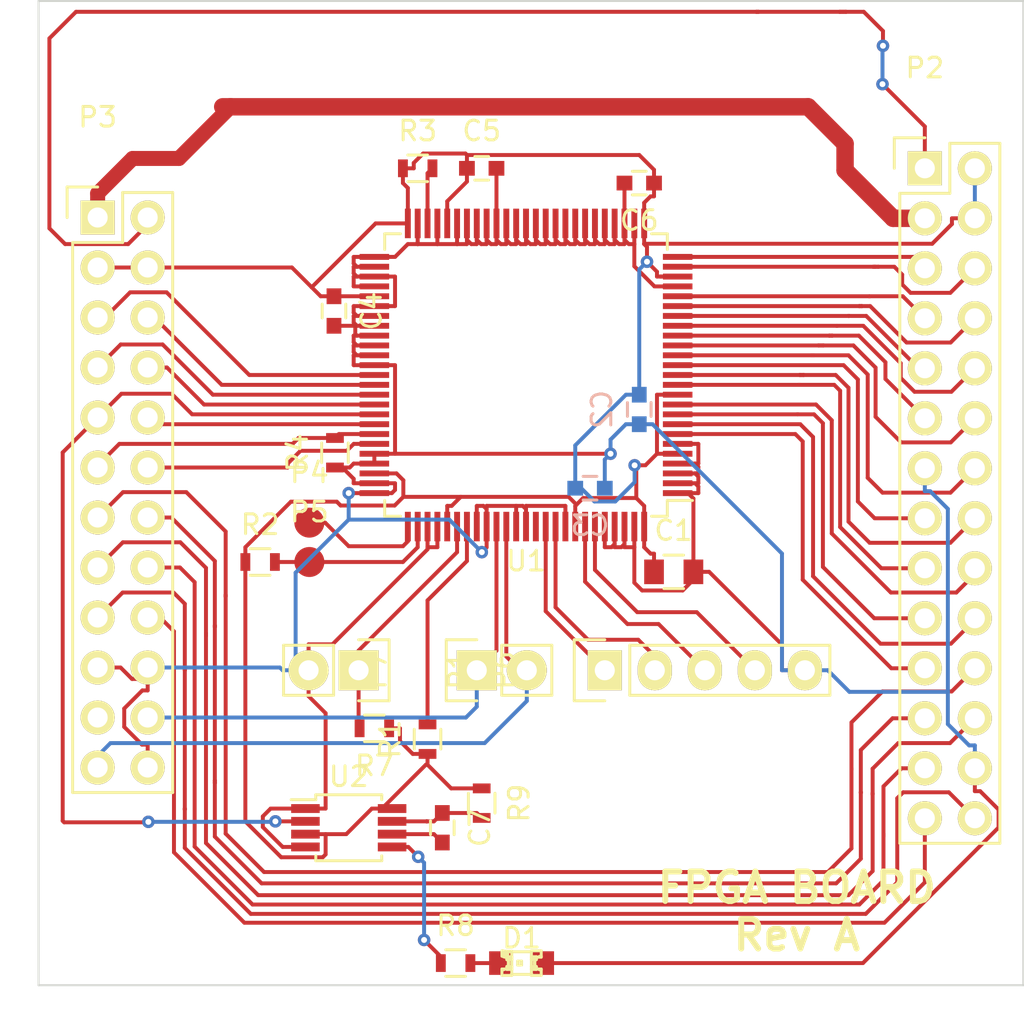
<source format=kicad_pcb>
(kicad_pcb (version 20171130) (host pcbnew "(5.1.12)-1")

  (general
    (thickness 1.6)
    (drawings 5)
    (tracks 760)
    (zones 0)
    (modules 24)
    (nets 52)
  )

  (page A4)
  (layers
    (0 F.Cu signal)
    (31 B.Cu signal)
    (32 B.Adhes user)
    (33 F.Adhes user)
    (34 B.Paste user)
    (35 F.Paste user)
    (36 B.SilkS user)
    (37 F.SilkS user)
    (38 B.Mask user)
    (39 F.Mask user)
    (40 Dwgs.User user)
    (41 Cmts.User user)
    (42 Eco1.User user)
    (43 Eco2.User user)
    (44 Edge.Cuts user)
    (45 Margin user)
    (46 B.CrtYd user)
    (47 F.CrtYd user)
    (48 B.Fab user)
    (49 F.Fab user)
  )

  (setup
    (last_trace_width 0.2)
    (user_trace_width 0.254)
    (user_trace_width 0.381)
    (user_trace_width 0.508)
    (user_trace_width 0.762)
    (user_trace_width 0.885)
    (trace_clearance 0.2)
    (zone_clearance 0.381)
    (zone_45_only no)
    (trace_min 0.2)
    (via_size 0.635)
    (via_drill 0.3)
    (via_min_size 0.635)
    (via_min_drill 0.3)
    (user_via 0.885 0.5)
    (user_via 6 3.2)
    (uvia_size 0.508)
    (uvia_drill 0.127)
    (uvias_allowed no)
    (uvia_min_size 0.508)
    (uvia_min_drill 0.127)
    (edge_width 0.1)
    (segment_width 0.2)
    (pcb_text_width 0.3)
    (pcb_text_size 1.5 1.5)
    (mod_edge_width 0.15)
    (mod_text_size 1 1)
    (mod_text_width 0.15)
    (pad_size 1.29 2)
    (pad_drill 0)
    (pad_to_mask_clearance 0)
    (aux_axis_origin 0 0)
    (visible_elements 7FFFFFFF)
    (pcbplotparams
      (layerselection 0x010f0_80000001)
      (usegerberextensions true)
      (usegerberattributes true)
      (usegerberadvancedattributes true)
      (creategerberjobfile true)
      (excludeedgelayer true)
      (linewidth 0.100000)
      (plotframeref false)
      (viasonmask false)
      (mode 1)
      (useauxorigin false)
      (hpglpennumber 1)
      (hpglpenspeed 20)
      (hpglpendiameter 15.000000)
      (psnegative false)
      (psa4output false)
      (plotreference false)
      (plotvalue false)
      (plotinvisibletext false)
      (padsonsilk false)
      (subtractmaskfromsilk false)
      (outputformat 1)
      (mirror false)
      (drillshape 0)
      (scaleselection 1)
      (outputdirectory "out"))
  )

  (net 0 "")
  (net 1 +3V3)
  (net 2 GND)
  (net 3 +5V)
  (net 4 /OUT_16)
  (net 5 /OUT_15)
  (net 6 /OUT_12)
  (net 7 /OUT_11)
  (net 8 /OUT_3)
  (net 9 /OUT_7)
  (net 10 /OUT_8)
  (net 11 /OUT_4)
  (net 12 /OUT_14)
  (net 13 /OUT_1)
  (net 14 /OUT_13)
  (net 15 /OUT_5)
  (net 16 /OUT_6)
  (net 17 /OUT_2)
  (net 18 /OUT_9)
  (net 19 /OUT_10)
  (net 20 /DAC_MOSI)
  (net 21 /DAC_SCLK)
  (net 22 /DAC_~SYNC)
  (net 23 /REG_EN)
  (net 24 /SPI_~CS0)
  (net 25 /SPI_~CS1)
  (net 26 /SPI_MISO)
  (net 27 /TRIGD)
  (net 28 /CAPTD)
  (net 29 /CLR)
  (net 30 /MON_5VA)
  (net 31 /TEMPS)
  (net 32 /Vb_MON)
  (net 33 /PROGRAMN)
  (net 34 /SPI_SCK)
  (net 35 /SPI_MOSI)
  (net 36 /DONE)
  (net 37 /INITN)
  (net 38 /JTAG_TMS)
  (net 39 /JTAG_TCK)
  (net 40 /JTAG_TDI)
  (net 41 /JTAG_TDO)
  (net 42 /SDA)
  (net 43 /SCL)
  (net 44 /JTAGENB)
  (net 45 /SN)
  (net 46 "Net-(U1-Pad89)")
  (net 47 "Net-(C7-Pad1)")
  (net 48 "Net-(C7-Pad2)")
  (net 49 "Net-(D1-Pad1)")
  (net 50 "Net-(R8-Pad1)")
  (net 51 "Net-(P3-Pad21)")

  (net_class Default "This is the default net class."
    (clearance 0.2)
    (trace_width 0.2)
    (via_dia 0.635)
    (via_drill 0.3)
    (uvia_dia 0.508)
    (uvia_drill 0.127)
    (add_net +3V3)
    (add_net +5V)
    (add_net /CAPTD)
    (add_net /CLR)
    (add_net /DAC_MOSI)
    (add_net /DAC_SCLK)
    (add_net /DAC_~SYNC)
    (add_net /DONE)
    (add_net /INITN)
    (add_net /JTAGENB)
    (add_net /JTAG_TCK)
    (add_net /JTAG_TDI)
    (add_net /JTAG_TDO)
    (add_net /JTAG_TMS)
    (add_net /MON_5VA)
    (add_net /OUT_1)
    (add_net /OUT_10)
    (add_net /OUT_11)
    (add_net /OUT_12)
    (add_net /OUT_13)
    (add_net /OUT_14)
    (add_net /OUT_15)
    (add_net /OUT_16)
    (add_net /OUT_2)
    (add_net /OUT_3)
    (add_net /OUT_4)
    (add_net /OUT_5)
    (add_net /OUT_6)
    (add_net /OUT_7)
    (add_net /OUT_8)
    (add_net /OUT_9)
    (add_net /PROGRAMN)
    (add_net /REG_EN)
    (add_net /SCL)
    (add_net /SDA)
    (add_net /SN)
    (add_net /SPI_MISO)
    (add_net /SPI_MOSI)
    (add_net /SPI_SCK)
    (add_net /SPI_~CS0)
    (add_net /SPI_~CS1)
    (add_net /TEMPS)
    (add_net /TRIGD)
    (add_net /Vb_MON)
    (add_net GND)
    (add_net "Net-(C7-Pad1)")
    (add_net "Net-(C7-Pad2)")
    (add_net "Net-(D1-Pad1)")
    (add_net "Net-(P3-Pad21)")
    (add_net "Net-(R8-Pad1)")
    (add_net "Net-(U1-Pad89)")
  )

  (module Capacitors_SMD:C_0805 (layer F.Cu) (tedit 5415D6EA) (tstamp 557D809B)
    (at 92.25 89)
    (descr "Capacitor SMD 0805, reflow soldering, AVX (see smccp.pdf)")
    (tags "capacitor 0805")
    (path /557D82C0)
    (attr smd)
    (fp_text reference C1 (at 0 -2.1) (layer F.SilkS)
      (effects (font (size 1 1) (thickness 0.15)))
    )
    (fp_text value 10u (at 0 2.1) (layer F.Fab)
      (effects (font (size 1 1) (thickness 0.15)))
    )
    (fp_line (start -0.5 0.85) (end 0.5 0.85) (layer F.SilkS) (width 0.15))
    (fp_line (start 0.5 -0.85) (end -0.5 -0.85) (layer F.SilkS) (width 0.15))
    (fp_line (start 1.8 -1) (end 1.8 1) (layer F.CrtYd) (width 0.05))
    (fp_line (start -1.8 -1) (end -1.8 1) (layer F.CrtYd) (width 0.05))
    (fp_line (start -1.8 1) (end 1.8 1) (layer F.CrtYd) (width 0.05))
    (fp_line (start -1.8 -1) (end 1.8 -1) (layer F.CrtYd) (width 0.05))
    (pad 1 smd rect (at -1 0) (size 1 1.25) (layers F.Cu F.Paste F.Mask)
      (net 1 +3V3))
    (pad 2 smd rect (at 1 0) (size 1 1.25) (layers F.Cu F.Paste F.Mask)
      (net 2 GND))
    (model Capacitors_SMD.3dshapes/C_0805.wrl
      (at (xyz 0 0 0))
      (scale (xyz 1 1 1))
      (rotate (xyz 0 0 0))
    )
  )

  (module Capacitors_SMD:C_0603 (layer B.Cu) (tedit 5415D631) (tstamp 557D80A7)
    (at 90.5 80.75 270)
    (descr "Capacitor SMD 0603, reflow soldering, AVX (see smccp.pdf)")
    (tags "capacitor 0603")
    (path /557D829E)
    (attr smd)
    (fp_text reference C2 (at 0 1.9 270) (layer B.SilkS)
      (effects (font (size 1 1) (thickness 0.15)) (justify mirror))
    )
    (fp_text value 1u (at 0 -1.9 270) (layer B.Fab)
      (effects (font (size 1 1) (thickness 0.15)) (justify mirror))
    )
    (fp_line (start 0.35 -0.6) (end -0.35 -0.6) (layer B.SilkS) (width 0.15))
    (fp_line (start -0.35 0.6) (end 0.35 0.6) (layer B.SilkS) (width 0.15))
    (fp_line (start 1.45 0.75) (end 1.45 -0.75) (layer B.CrtYd) (width 0.05))
    (fp_line (start -1.45 0.75) (end -1.45 -0.75) (layer B.CrtYd) (width 0.05))
    (fp_line (start -1.45 -0.75) (end 1.45 -0.75) (layer B.CrtYd) (width 0.05))
    (fp_line (start -1.45 0.75) (end 1.45 0.75) (layer B.CrtYd) (width 0.05))
    (pad 1 smd rect (at -0.75 0 270) (size 0.8 0.75) (layers B.Cu B.Paste B.Mask)
      (net 1 +3V3))
    (pad 2 smd rect (at 0.75 0 270) (size 0.8 0.75) (layers B.Cu B.Paste B.Mask)
      (net 2 GND))
    (model Capacitors_SMD.3dshapes/C_0603.wrl
      (at (xyz 0 0 0))
      (scale (xyz 1 1 1))
      (rotate (xyz 0 0 0))
    )
  )

  (module Capacitors_SMD:C_0603 (layer B.Cu) (tedit 5415D631) (tstamp 557D80B3)
    (at 88 84.75)
    (descr "Capacitor SMD 0603, reflow soldering, AVX (see smccp.pdf)")
    (tags "capacitor 0603")
    (path /557D8275)
    (attr smd)
    (fp_text reference C3 (at 0 1.9) (layer B.SilkS)
      (effects (font (size 1 1) (thickness 0.15)) (justify mirror))
    )
    (fp_text value 1u (at 0 -1.9) (layer B.Fab)
      (effects (font (size 1 1) (thickness 0.15)) (justify mirror))
    )
    (fp_line (start 0.35 -0.6) (end -0.35 -0.6) (layer B.SilkS) (width 0.15))
    (fp_line (start -0.35 0.6) (end 0.35 0.6) (layer B.SilkS) (width 0.15))
    (fp_line (start 1.45 0.75) (end 1.45 -0.75) (layer B.CrtYd) (width 0.05))
    (fp_line (start -1.45 0.75) (end -1.45 -0.75) (layer B.CrtYd) (width 0.05))
    (fp_line (start -1.45 -0.75) (end 1.45 -0.75) (layer B.CrtYd) (width 0.05))
    (fp_line (start -1.45 0.75) (end 1.45 0.75) (layer B.CrtYd) (width 0.05))
    (pad 1 smd rect (at -0.75 0) (size 0.8 0.75) (layers B.Cu B.Paste B.Mask)
      (net 1 +3V3))
    (pad 2 smd rect (at 0.75 0) (size 0.8 0.75) (layers B.Cu B.Paste B.Mask)
      (net 2 GND))
    (model Capacitors_SMD.3dshapes/C_0603.wrl
      (at (xyz 0 0 0))
      (scale (xyz 1 1 1))
      (rotate (xyz 0 0 0))
    )
  )

  (module Capacitors_SMD:C_0603 (layer F.Cu) (tedit 5415D631) (tstamp 557D80BF)
    (at 75 75.75 270)
    (descr "Capacitor SMD 0603, reflow soldering, AVX (see smccp.pdf)")
    (tags "capacitor 0603")
    (path /557D8255)
    (attr smd)
    (fp_text reference C4 (at 0 -1.9 270) (layer F.SilkS)
      (effects (font (size 1 1) (thickness 0.15)))
    )
    (fp_text value 1u (at 0 1.9 270) (layer F.Fab)
      (effects (font (size 1 1) (thickness 0.15)))
    )
    (fp_line (start 0.35 0.6) (end -0.35 0.6) (layer F.SilkS) (width 0.15))
    (fp_line (start -0.35 -0.6) (end 0.35 -0.6) (layer F.SilkS) (width 0.15))
    (fp_line (start 1.45 -0.75) (end 1.45 0.75) (layer F.CrtYd) (width 0.05))
    (fp_line (start -1.45 -0.75) (end -1.45 0.75) (layer F.CrtYd) (width 0.05))
    (fp_line (start -1.45 0.75) (end 1.45 0.75) (layer F.CrtYd) (width 0.05))
    (fp_line (start -1.45 -0.75) (end 1.45 -0.75) (layer F.CrtYd) (width 0.05))
    (pad 1 smd rect (at -0.75 0 270) (size 0.8 0.75) (layers F.Cu F.Paste F.Mask)
      (net 1 +3V3))
    (pad 2 smd rect (at 0.75 0 270) (size 0.8 0.75) (layers F.Cu F.Paste F.Mask)
      (net 2 GND))
    (model Capacitors_SMD.3dshapes/C_0603.wrl
      (at (xyz 0 0 0))
      (scale (xyz 1 1 1))
      (rotate (xyz 0 0 0))
    )
  )

  (module Capacitors_SMD:C_0603 (layer F.Cu) (tedit 5415D631) (tstamp 557D80CB)
    (at 82.5 68.5)
    (descr "Capacitor SMD 0603, reflow soldering, AVX (see smccp.pdf)")
    (tags "capacitor 0603")
    (path /557D8236)
    (attr smd)
    (fp_text reference C5 (at 0 -1.9) (layer F.SilkS)
      (effects (font (size 1 1) (thickness 0.15)))
    )
    (fp_text value 1u (at 0 1.9) (layer F.Fab)
      (effects (font (size 1 1) (thickness 0.15)))
    )
    (fp_line (start 0.35 0.6) (end -0.35 0.6) (layer F.SilkS) (width 0.15))
    (fp_line (start -0.35 -0.6) (end 0.35 -0.6) (layer F.SilkS) (width 0.15))
    (fp_line (start 1.45 -0.75) (end 1.45 0.75) (layer F.CrtYd) (width 0.05))
    (fp_line (start -1.45 -0.75) (end -1.45 0.75) (layer F.CrtYd) (width 0.05))
    (fp_line (start -1.45 0.75) (end 1.45 0.75) (layer F.CrtYd) (width 0.05))
    (fp_line (start -1.45 -0.75) (end 1.45 -0.75) (layer F.CrtYd) (width 0.05))
    (pad 1 smd rect (at -0.75 0) (size 0.8 0.75) (layers F.Cu F.Paste F.Mask)
      (net 1 +3V3))
    (pad 2 smd rect (at 0.75 0) (size 0.8 0.75) (layers F.Cu F.Paste F.Mask)
      (net 2 GND))
    (model Capacitors_SMD.3dshapes/C_0603.wrl
      (at (xyz 0 0 0))
      (scale (xyz 1 1 1))
      (rotate (xyz 0 0 0))
    )
  )

  (module Capacitors_SMD:C_0603 (layer F.Cu) (tedit 5415D631) (tstamp 557D80D7)
    (at 90.5 69.25 180)
    (descr "Capacitor SMD 0603, reflow soldering, AVX (see smccp.pdf)")
    (tags "capacitor 0603")
    (path /557D81F1)
    (attr smd)
    (fp_text reference C6 (at 0 -1.9 180) (layer F.SilkS)
      (effects (font (size 1 1) (thickness 0.15)))
    )
    (fp_text value 1u (at 0 1.9 180) (layer F.Fab)
      (effects (font (size 1 1) (thickness 0.15)))
    )
    (fp_line (start 0.35 0.6) (end -0.35 0.6) (layer F.SilkS) (width 0.15))
    (fp_line (start -0.35 -0.6) (end 0.35 -0.6) (layer F.SilkS) (width 0.15))
    (fp_line (start 1.45 -0.75) (end 1.45 0.75) (layer F.CrtYd) (width 0.05))
    (fp_line (start -1.45 -0.75) (end -1.45 0.75) (layer F.CrtYd) (width 0.05))
    (fp_line (start -1.45 0.75) (end 1.45 0.75) (layer F.CrtYd) (width 0.05))
    (fp_line (start -1.45 -0.75) (end 1.45 -0.75) (layer F.CrtYd) (width 0.05))
    (pad 1 smd rect (at -0.75 0 180) (size 0.8 0.75) (layers F.Cu F.Paste F.Mask)
      (net 1 +3V3))
    (pad 2 smd rect (at 0.75 0 180) (size 0.8 0.75) (layers F.Cu F.Paste F.Mask)
      (net 2 GND))
    (model Capacitors_SMD.3dshapes/C_0603.wrl
      (at (xyz 0 0 0))
      (scale (xyz 1 1 1))
      (rotate (xyz 0 0 0))
    )
  )

  (module Pin_Headers:Pin_Header_Straight_1x02 (layer F.Cu) (tedit 54EA090C) (tstamp 557D80E8)
    (at 76.25 94 270)
    (descr "Through hole pin header")
    (tags "pin header")
    (path /557D91FF)
    (fp_text reference P1 (at 0 -5.1 270) (layer F.SilkS)
      (effects (font (size 1 1) (thickness 0.15)))
    )
    (fp_text value PROG (at 0 -3.1 270) (layer F.Fab)
      (effects (font (size 1 1) (thickness 0.15)))
    )
    (fp_line (start -1.27 3.81) (end 1.27 3.81) (layer F.SilkS) (width 0.15))
    (fp_line (start -1.27 1.27) (end -1.27 3.81) (layer F.SilkS) (width 0.15))
    (fp_line (start -1.55 -1.55) (end 1.55 -1.55) (layer F.SilkS) (width 0.15))
    (fp_line (start -1.55 0) (end -1.55 -1.55) (layer F.SilkS) (width 0.15))
    (fp_line (start 1.27 1.27) (end -1.27 1.27) (layer F.SilkS) (width 0.15))
    (fp_line (start -1.75 4.3) (end 1.75 4.3) (layer F.CrtYd) (width 0.05))
    (fp_line (start -1.75 -1.75) (end 1.75 -1.75) (layer F.CrtYd) (width 0.05))
    (fp_line (start 1.75 -1.75) (end 1.75 4.3) (layer F.CrtYd) (width 0.05))
    (fp_line (start -1.75 -1.75) (end -1.75 4.3) (layer F.CrtYd) (width 0.05))
    (fp_line (start 1.55 -1.55) (end 1.55 0) (layer F.SilkS) (width 0.15))
    (fp_line (start 1.27 1.27) (end 1.27 3.81) (layer F.SilkS) (width 0.15))
    (pad 1 thru_hole rect (at 0 0 270) (size 2.032 2.032) (drill 1.016) (layers *.Cu *.Mask F.SilkS)
      (net 33 /PROGRAMN))
    (pad 2 thru_hole oval (at 0 2.54 270) (size 2.032 2.032) (drill 1.016) (layers *.Cu *.Mask F.SilkS)
      (net 2 GND))
    (model Pin_Headers.3dshapes/Pin_Header_Straight_1x02.wrl
      (offset (xyz 0 -1.269999980926514 0))
      (scale (xyz 1 1 1))
      (rotate (xyz 0 0 90))
    )
  )

  (module Pin_Headers:Pin_Header_Straight_2x14 (layer F.Cu) (tedit 557D801B) (tstamp 557D8114)
    (at 105 68.5)
    (descr "Through hole pin header")
    (tags "pin header")
    (path /557AD0CC)
    (fp_text reference P2 (at 0 -5.1) (layer F.SilkS)
      (effects (font (size 1 1) (thickness 0.15)))
    )
    (fp_text value CONN_02X14 (at 0 -3.1) (layer F.Fab)
      (effects (font (size 1 1) (thickness 0.15)))
    )
    (fp_line (start -1.55 -1.55) (end -1.55 0) (layer F.SilkS) (width 0.15))
    (fp_line (start 1.27 1.27) (end -1.27 1.27) (layer F.SilkS) (width 0.15))
    (fp_line (start 1.27 -1.27) (end 1.27 1.27) (layer F.SilkS) (width 0.15))
    (fp_line (start 0 -1.55) (end -1.55 -1.55) (layer F.SilkS) (width 0.15))
    (fp_line (start 3.81 -1.27) (end 1.27 -1.27) (layer F.SilkS) (width 0.15))
    (fp_line (start 3.81 34.29) (end -1.27 34.29) (layer F.SilkS) (width 0.15))
    (fp_line (start -1.27 1.27) (end -1.27 34.29) (layer F.SilkS) (width 0.15))
    (fp_line (start 3.81 34.29) (end 3.81 -1.27) (layer F.SilkS) (width 0.15))
    (fp_line (start -1.75 34.8) (end 4.3 34.8) (layer F.CrtYd) (width 0.05))
    (fp_line (start -1.75 -1.75) (end 4.3 -1.75) (layer F.CrtYd) (width 0.05))
    (fp_line (start 4.3 -1.75) (end 4.3 34.8) (layer F.CrtYd) (width 0.05))
    (fp_line (start -1.75 -1.75) (end -1.75 34.8) (layer F.CrtYd) (width 0.05))
    (pad 1 thru_hole rect (at 0 0) (size 1.7272 1.7272) (drill 1.016) (layers *.Cu *.Mask F.SilkS)
      (net 30 /MON_5VA))
    (pad 2 thru_hole oval (at 2.54 0) (size 1.7272 1.7272) (drill 1.016) (layers *.Cu *.Mask F.SilkS)
      (net 1 +3V3))
    (pad 3 thru_hole oval (at 0 2.54) (size 1.7272 1.7272) (drill 1.016) (layers *.Cu *.Mask F.SilkS)
      (net 3 +5V))
    (pad 4 thru_hole oval (at 2.54 2.54) (size 1.7272 1.7272) (drill 1.016) (layers *.Cu *.Mask F.SilkS)
      (net 1 +3V3))
    (pad 5 thru_hole oval (at 0 5.08) (size 1.7272 1.7272) (drill 1.016) (layers *.Cu *.Mask F.SilkS)
      (net 4 /OUT_16))
    (pad 6 thru_hole oval (at 2.54 5.08) (size 1.7272 1.7272) (drill 1.016) (layers *.Cu *.Mask F.SilkS)
      (net 5 /OUT_15))
    (pad 7 thru_hole oval (at 0 7.62) (size 1.7272 1.7272) (drill 1.016) (layers *.Cu *.Mask F.SilkS)
      (net 6 /OUT_12))
    (pad 8 thru_hole oval (at 2.54 7.62) (size 1.7272 1.7272) (drill 1.016) (layers *.Cu *.Mask F.SilkS)
      (net 7 /OUT_11))
    (pad 9 thru_hole oval (at 0 10.16) (size 1.7272 1.7272) (drill 1.016) (layers *.Cu *.Mask F.SilkS)
      (net 8 /OUT_3))
    (pad 10 thru_hole oval (at 2.54 10.16) (size 1.7272 1.7272) (drill 1.016) (layers *.Cu *.Mask F.SilkS)
      (net 9 /OUT_7))
    (pad 11 thru_hole oval (at 0 12.7) (size 1.7272 1.7272) (drill 1.016) (layers *.Cu *.Mask F.SilkS)
      (net 10 /OUT_8))
    (pad 12 thru_hole oval (at 2.54 12.7) (size 1.7272 1.7272) (drill 1.016) (layers *.Cu *.Mask F.SilkS)
      (net 11 /OUT_4))
    (pad 13 thru_hole oval (at 0 15.24) (size 1.7272 1.7272) (drill 1.016) (layers *.Cu *.Mask F.SilkS)
      (net 2 GND))
    (pad 14 thru_hole oval (at 2.54 15.24) (size 1.7272 1.7272) (drill 1.016) (layers *.Cu *.Mask F.SilkS)
      (net 12 /OUT_14))
    (pad 15 thru_hole oval (at 0 17.78) (size 1.7272 1.7272) (drill 1.016) (layers *.Cu *.Mask F.SilkS)
      (net 13 /OUT_1))
    (pad 16 thru_hole oval (at 2.54 17.78) (size 1.7272 1.7272) (drill 1.016) (layers *.Cu *.Mask F.SilkS)
      (net 14 /OUT_13))
    (pad 17 thru_hole oval (at 0 20.32) (size 1.7272 1.7272) (drill 1.016) (layers *.Cu *.Mask F.SilkS)
      (net 15 /OUT_5))
    (pad 18 thru_hole oval (at 2.54 20.32) (size 1.7272 1.7272) (drill 1.016) (layers *.Cu *.Mask F.SilkS)
      (net 16 /OUT_6))
    (pad 19 thru_hole oval (at 0 22.86) (size 1.7272 1.7272) (drill 1.016) (layers *.Cu *.Mask F.SilkS)
      (net 17 /OUT_2))
    (pad 20 thru_hole oval (at 2.54 22.86) (size 1.7272 1.7272) (drill 1.016) (layers *.Cu *.Mask F.SilkS)
      (net 18 /OUT_9))
    (pad 21 thru_hole oval (at 0 25.4) (size 1.7272 1.7272) (drill 1.016) (layers *.Cu *.Mask F.SilkS)
      (net 19 /OUT_10))
    (pad 22 thru_hole oval (at 2.54 25.4) (size 1.7272 1.7272) (drill 1.016) (layers *.Cu *.Mask F.SilkS)
      (net 20 /DAC_MOSI))
    (pad 23 thru_hole oval (at 0 27.94) (size 1.7272 1.7272) (drill 1.016) (layers *.Cu *.Mask F.SilkS)
      (net 21 /DAC_SCLK))
    (pad 24 thru_hole oval (at 2.54 27.94) (size 1.7272 1.7272) (drill 1.016) (layers *.Cu *.Mask F.SilkS)
      (net 22 /DAC_~SYNC))
    (pad 25 thru_hole oval (at 0 30.48) (size 1.7272 1.7272) (drill 1.016) (layers *.Cu *.Mask F.SilkS)
      (net 23 /REG_EN))
    (pad 26 thru_hole oval (at 2.54 30.48) (size 1.7272 1.7272) (drill 1.016) (layers *.Cu *.Mask F.SilkS)
      (net 2 GND))
    (pad 27 thru_hole oval (at 0 33.02) (size 1.7272 1.7272) (drill 1.016) (layers *.Cu *.Mask F.SilkS)
      (net 31 /TEMPS))
    (pad 28 thru_hole oval (at 2.54 33.02) (size 1.7272 1.7272) (drill 1.016) (layers *.Cu *.Mask F.SilkS)
      (net 32 /Vb_MON))
    (model Pin_Headers.3dshapes/Pin_Header_Straight_2x14.wrl
      (offset (xyz 1.269999980926514 -16.50999975204468 0))
      (scale (xyz 1 1 1))
      (rotate (xyz 0 0 90))
    )
  )

  (module Measurement_Points:Measurement_Point_Round-SMD-Pad_Small (layer F.Cu) (tedit 557D801C) (tstamp 557D813D)
    (at 73.75 86.5)
    (descr "Mesurement Point, Round, SMD Pad, DM 1.5mm,")
    (tags "Mesurement Point, Round, SMD Pad, DM 1.5mm,")
    (path /557D8F57)
    (fp_text reference P4 (at 0 -2.54) (layer F.SilkS)
      (effects (font (size 1 1) (thickness 0.15)))
    )
    (fp_text value DONE (at 1.27 2.54) (layer F.Fab)
      (effects (font (size 1 1) (thickness 0.15)))
    )
    (pad 1 smd circle (at 0 0) (size 1.524 1.524) (layers F.Cu F.Paste F.Mask)
      (net 36 /DONE))
  )

  (module Measurement_Points:Measurement_Point_Round-SMD-Pad_Small (layer F.Cu) (tedit 557D801C) (tstamp 557D8142)
    (at 73.75 88.5)
    (descr "Mesurement Point, Round, SMD Pad, DM 1.5mm,")
    (tags "Mesurement Point, Round, SMD Pad, DM 1.5mm,")
    (path /557D8FEB)
    (fp_text reference P5 (at 0 -2.54) (layer F.SilkS)
      (effects (font (size 1 1) (thickness 0.15)))
    )
    (fp_text value INITN (at 1.27 2.54) (layer F.Fab)
      (effects (font (size 1 1) (thickness 0.15)))
    )
    (pad 1 smd circle (at 0 0) (size 1.524 1.524) (layers F.Cu F.Paste F.Mask)
      (net 37 /INITN))
  )

  (module Pin_Headers:Pin_Header_Straight_1x05 (layer F.Cu) (tedit 54EA0684) (tstamp 557D8156)
    (at 88.75 94 90)
    (descr "Through hole pin header")
    (tags "pin header")
    (path /557D98D0)
    (fp_text reference P6 (at 0 -5.1 90) (layer F.SilkS)
      (effects (font (size 1 1) (thickness 0.15)))
    )
    (fp_text value JTAG (at 0 -3.1 90) (layer F.Fab)
      (effects (font (size 1 1) (thickness 0.15)))
    )
    (fp_line (start 1.27 1.27) (end -1.27 1.27) (layer F.SilkS) (width 0.15))
    (fp_line (start -1.27 11.43) (end -1.27 1.27) (layer F.SilkS) (width 0.15))
    (fp_line (start 1.27 11.43) (end -1.27 11.43) (layer F.SilkS) (width 0.15))
    (fp_line (start 1.27 1.27) (end 1.27 11.43) (layer F.SilkS) (width 0.15))
    (fp_line (start -1.75 11.95) (end 1.75 11.95) (layer F.CrtYd) (width 0.05))
    (fp_line (start -1.75 -1.75) (end 1.75 -1.75) (layer F.CrtYd) (width 0.05))
    (fp_line (start 1.75 -1.75) (end 1.75 11.95) (layer F.CrtYd) (width 0.05))
    (fp_line (start -1.75 -1.75) (end -1.75 11.95) (layer F.CrtYd) (width 0.05))
    (fp_line (start 1.55 -1.55) (end 1.55 0) (layer F.SilkS) (width 0.15))
    (fp_line (start -1.55 -1.55) (end 1.55 -1.55) (layer F.SilkS) (width 0.15))
    (fp_line (start -1.55 0) (end -1.55 -1.55) (layer F.SilkS) (width 0.15))
    (pad 1 thru_hole rect (at 0 0 90) (size 2.032 1.7272) (drill 1.016) (layers *.Cu *.Mask F.SilkS)
      (net 38 /JTAG_TMS))
    (pad 2 thru_hole oval (at 0 2.54 90) (size 2.032 1.7272) (drill 1.016) (layers *.Cu *.Mask F.SilkS)
      (net 39 /JTAG_TCK))
    (pad 3 thru_hole oval (at 0 5.08 90) (size 2.032 1.7272) (drill 1.016) (layers *.Cu *.Mask F.SilkS)
      (net 40 /JTAG_TDI))
    (pad 4 thru_hole oval (at 0 7.62 90) (size 2.032 1.7272) (drill 1.016) (layers *.Cu *.Mask F.SilkS)
      (net 41 /JTAG_TDO))
    (pad 5 thru_hole oval (at 0 10.16 90) (size 2.032 1.7272) (drill 1.016) (layers *.Cu *.Mask F.SilkS)
      (net 2 GND))
    (model Pin_Headers.3dshapes/Pin_Header_Straight_1x05.wrl
      (offset (xyz 0 -5.079999923706055 0))
      (scale (xyz 1 1 1))
      (rotate (xyz 0 0 90))
    )
  )

  (module Pin_Headers:Pin_Header_Straight_1x02 (layer F.Cu) (tedit 54EA090C) (tstamp 557D8167)
    (at 82.25 94 90)
    (descr "Through hole pin header")
    (tags "pin header")
    (path /557DB8A2)
    (fp_text reference P7 (at 0 -5.1 90) (layer F.SilkS)
      (effects (font (size 1 1) (thickness 0.15)))
    )
    (fp_text value I2C (at 0 -3.1 90) (layer F.Fab)
      (effects (font (size 1 1) (thickness 0.15)))
    )
    (fp_line (start -1.27 3.81) (end 1.27 3.81) (layer F.SilkS) (width 0.15))
    (fp_line (start -1.27 1.27) (end -1.27 3.81) (layer F.SilkS) (width 0.15))
    (fp_line (start -1.55 -1.55) (end 1.55 -1.55) (layer F.SilkS) (width 0.15))
    (fp_line (start -1.55 0) (end -1.55 -1.55) (layer F.SilkS) (width 0.15))
    (fp_line (start 1.27 1.27) (end -1.27 1.27) (layer F.SilkS) (width 0.15))
    (fp_line (start -1.75 4.3) (end 1.75 4.3) (layer F.CrtYd) (width 0.05))
    (fp_line (start -1.75 -1.75) (end 1.75 -1.75) (layer F.CrtYd) (width 0.05))
    (fp_line (start 1.75 -1.75) (end 1.75 4.3) (layer F.CrtYd) (width 0.05))
    (fp_line (start -1.75 -1.75) (end -1.75 4.3) (layer F.CrtYd) (width 0.05))
    (fp_line (start 1.55 -1.55) (end 1.55 0) (layer F.SilkS) (width 0.15))
    (fp_line (start 1.27 1.27) (end 1.27 3.81) (layer F.SilkS) (width 0.15))
    (pad 1 thru_hole rect (at 0 0 90) (size 2.032 2.032) (drill 1.016) (layers *.Cu *.Mask F.SilkS)
      (net 42 /SDA))
    (pad 2 thru_hole oval (at 0 2.54 90) (size 2.032 2.032) (drill 1.016) (layers *.Cu *.Mask F.SilkS)
      (net 43 /SCL))
    (model Pin_Headers.3dshapes/Pin_Header_Straight_1x02.wrl
      (offset (xyz 0 -1.269999980926514 0))
      (scale (xyz 1 1 1))
      (rotate (xyz 0 0 90))
    )
  )

  (module Resistors_SMD:R_0603 (layer F.Cu) (tedit 5415CC62) (tstamp 557D8173)
    (at 79.75 97.5 90)
    (descr "Resistor SMD 0603, reflow soldering, Vishay (see dcrcw.pdf)")
    (tags "resistor 0603")
    (path /557D9594)
    (attr smd)
    (fp_text reference R1 (at 0 -1.9 90) (layer F.SilkS)
      (effects (font (size 1 1) (thickness 0.15)))
    )
    (fp_text value 10k (at 0 1.9 90) (layer F.Fab)
      (effects (font (size 1 1) (thickness 0.15)))
    )
    (fp_line (start -0.5 -0.675) (end 0.5 -0.675) (layer F.SilkS) (width 0.15))
    (fp_line (start 0.5 0.675) (end -0.5 0.675) (layer F.SilkS) (width 0.15))
    (fp_line (start 1.3 -0.8) (end 1.3 0.8) (layer F.CrtYd) (width 0.05))
    (fp_line (start -1.3 -0.8) (end -1.3 0.8) (layer F.CrtYd) (width 0.05))
    (fp_line (start -1.3 0.8) (end 1.3 0.8) (layer F.CrtYd) (width 0.05))
    (fp_line (start -1.3 -0.8) (end 1.3 -0.8) (layer F.CrtYd) (width 0.05))
    (pad 1 smd rect (at -0.75 0 90) (size 0.5 0.9) (layers F.Cu F.Paste F.Mask)
      (net 1 +3V3))
    (pad 2 smd rect (at 0.75 0 90) (size 0.5 0.9) (layers F.Cu F.Paste F.Mask)
      (net 44 /JTAGENB))
    (model Resistors_SMD.3dshapes/R_0603.wrl
      (at (xyz 0 0 0))
      (scale (xyz 1 1 1))
      (rotate (xyz 0 0 0))
    )
  )

  (module Resistors_SMD:R_0603 (layer F.Cu) (tedit 5415CC62) (tstamp 557D817F)
    (at 71.25 88.5)
    (descr "Resistor SMD 0603, reflow soldering, Vishay (see dcrcw.pdf)")
    (tags "resistor 0603")
    (path /557D8B69)
    (attr smd)
    (fp_text reference R2 (at 0 -1.9) (layer F.SilkS)
      (effects (font (size 1 1) (thickness 0.15)))
    )
    (fp_text value 10k (at 0 1.9) (layer F.Fab)
      (effects (font (size 1 1) (thickness 0.15)))
    )
    (fp_line (start -0.5 -0.675) (end 0.5 -0.675) (layer F.SilkS) (width 0.15))
    (fp_line (start 0.5 0.675) (end -0.5 0.675) (layer F.SilkS) (width 0.15))
    (fp_line (start 1.3 -0.8) (end 1.3 0.8) (layer F.CrtYd) (width 0.05))
    (fp_line (start -1.3 -0.8) (end -1.3 0.8) (layer F.CrtYd) (width 0.05))
    (fp_line (start -1.3 0.8) (end 1.3 0.8) (layer F.CrtYd) (width 0.05))
    (fp_line (start -1.3 -0.8) (end 1.3 -0.8) (layer F.CrtYd) (width 0.05))
    (pad 1 smd rect (at -0.75 0) (size 0.5 0.9) (layers F.Cu F.Paste F.Mask)
      (net 1 +3V3))
    (pad 2 smd rect (at 0.75 0) (size 0.5 0.9) (layers F.Cu F.Paste F.Mask)
      (net 37 /INITN))
    (model Resistors_SMD.3dshapes/R_0603.wrl
      (at (xyz 0 0 0))
      (scale (xyz 1 1 1))
      (rotate (xyz 0 0 0))
    )
  )

  (module Resistors_SMD:R_0603 (layer F.Cu) (tedit 5415CC62) (tstamp 557D818B)
    (at 79.25 68.5)
    (descr "Resistor SMD 0603, reflow soldering, Vishay (see dcrcw.pdf)")
    (tags "resistor 0603")
    (path /557DA57F)
    (attr smd)
    (fp_text reference R3 (at 0 -1.9) (layer F.SilkS)
      (effects (font (size 1 1) (thickness 0.15)))
    )
    (fp_text value 10k (at 0 1.9) (layer F.Fab)
      (effects (font (size 1 1) (thickness 0.15)))
    )
    (fp_line (start -0.5 -0.675) (end 0.5 -0.675) (layer F.SilkS) (width 0.15))
    (fp_line (start 0.5 0.675) (end -0.5 0.675) (layer F.SilkS) (width 0.15))
    (fp_line (start 1.3 -0.8) (end 1.3 0.8) (layer F.CrtYd) (width 0.05))
    (fp_line (start -1.3 -0.8) (end -1.3 0.8) (layer F.CrtYd) (width 0.05))
    (fp_line (start -1.3 0.8) (end 1.3 0.8) (layer F.CrtYd) (width 0.05))
    (fp_line (start -1.3 -0.8) (end 1.3 -0.8) (layer F.CrtYd) (width 0.05))
    (pad 1 smd rect (at -0.75 0) (size 0.5 0.9) (layers F.Cu F.Paste F.Mask)
      (net 1 +3V3))
    (pad 2 smd rect (at 0.75 0) (size 0.5 0.9) (layers F.Cu F.Paste F.Mask)
      (net 45 /SN))
    (model Resistors_SMD.3dshapes/R_0603.wrl
      (at (xyz 0 0 0))
      (scale (xyz 1 1 1))
      (rotate (xyz 0 0 0))
    )
  )

  (module Resistors_SMD:R_0603 (layer F.Cu) (tedit 5415CC62) (tstamp 557D8197)
    (at 75.05 82.95 90)
    (descr "Resistor SMD 0603, reflow soldering, Vishay (see dcrcw.pdf)")
    (tags "resistor 0603")
    (path /557DAF70)
    (attr smd)
    (fp_text reference R4 (at 0 -1.9 90) (layer F.SilkS)
      (effects (font (size 1 1) (thickness 0.15)))
    )
    (fp_text value 10k (at 0 1.9 90) (layer F.Fab)
      (effects (font (size 1 1) (thickness 0.15)))
    )
    (fp_line (start -0.5 -0.675) (end 0.5 -0.675) (layer F.SilkS) (width 0.15))
    (fp_line (start 0.5 0.675) (end -0.5 0.675) (layer F.SilkS) (width 0.15))
    (fp_line (start 1.3 -0.8) (end 1.3 0.8) (layer F.CrtYd) (width 0.05))
    (fp_line (start -1.3 -0.8) (end -1.3 0.8) (layer F.CrtYd) (width 0.05))
    (fp_line (start -1.3 0.8) (end 1.3 0.8) (layer F.CrtYd) (width 0.05))
    (fp_line (start -1.3 -0.8) (end 1.3 -0.8) (layer F.CrtYd) (width 0.05))
    (pad 1 smd rect (at -0.75 0 90) (size 0.5 0.9) (layers F.Cu F.Paste F.Mask)
      (net 2 GND))
    (pad 2 smd rect (at 0.75 0 90) (size 0.5 0.9) (layers F.Cu F.Paste F.Mask)
      (net 29 /CLR))
    (model Resistors_SMD.3dshapes/R_0603.wrl
      (at (xyz 0 0 0))
      (scale (xyz 1 1 1))
      (rotate (xyz 0 0 0))
    )
  )

  (module QFP:TQFP-100_14x14mm_Pitch0.5mm (layer F.Cu) (tedit 54130A77) (tstamp 557D8224)
    (at 84.75 79 180)
    (descr "100-Lead Plastic Thin Quad Flatpack (PF) - 14x14x1 mm Body 2.00 mm Footprint [TQFP] (see Microchip Packaging Specification 00000049BS.pdf)")
    (tags "QFP 0.5")
    (path /557D7C34)
    (attr smd)
    (fp_text reference U1 (at 0 -9.45 180) (layer F.SilkS)
      (effects (font (size 1 1) (thickness 0.15)))
    )
    (fp_text value LCMXO2-2000-TQFP100 (at 0 9.45 180) (layer F.Fab)
      (effects (font (size 1 1) (thickness 0.15)))
    )
    (fp_line (start -7.175 -6.375) (end -8.45 -6.375) (layer F.SilkS) (width 0.15))
    (fp_line (start 7.175 -7.175) (end 6.375 -7.175) (layer F.SilkS) (width 0.15))
    (fp_line (start 7.175 7.175) (end 6.375 7.175) (layer F.SilkS) (width 0.15))
    (fp_line (start -7.175 7.175) (end -6.375 7.175) (layer F.SilkS) (width 0.15))
    (fp_line (start -7.175 -7.175) (end -6.375 -7.175) (layer F.SilkS) (width 0.15))
    (fp_line (start -7.175 7.175) (end -7.175 6.375) (layer F.SilkS) (width 0.15))
    (fp_line (start 7.175 7.175) (end 7.175 6.375) (layer F.SilkS) (width 0.15))
    (fp_line (start 7.175 -7.175) (end 7.175 -6.375) (layer F.SilkS) (width 0.15))
    (fp_line (start -7.175 -7.175) (end -7.175 -6.375) (layer F.SilkS) (width 0.15))
    (fp_line (start -8.7 8.7) (end 8.7 8.7) (layer F.CrtYd) (width 0.05))
    (fp_line (start -8.7 -8.7) (end 8.7 -8.7) (layer F.CrtYd) (width 0.05))
    (fp_line (start 8.7 -8.7) (end 8.7 8.7) (layer F.CrtYd) (width 0.05))
    (fp_line (start -8.7 -8.7) (end -8.7 8.7) (layer F.CrtYd) (width 0.05))
    (pad 1 smd rect (at -7.7 -6 180) (size 1.5 0.3) (layers F.Cu F.Paste F.Mask)
      (net 2 GND))
    (pad 2 smd rect (at -7.7 -5.5 180) (size 1.5 0.3) (layers F.Cu F.Paste F.Mask)
      (net 2 GND))
    (pad 3 smd rect (at -7.7 -5 180) (size 1.5 0.3) (layers F.Cu F.Paste F.Mask)
      (net 2 GND))
    (pad 4 smd rect (at -7.7 -4.5 180) (size 1.5 0.3) (layers F.Cu F.Paste F.Mask)
      (net 2 GND))
    (pad 5 smd rect (at -7.7 -4 180) (size 1.5 0.3) (layers F.Cu F.Paste F.Mask)
      (net 1 +3V3))
    (pad 6 smd rect (at -7.7 -3.5 180) (size 1.5 0.3) (layers F.Cu F.Paste F.Mask)
      (net 2 GND))
    (pad 7 smd rect (at -7.7 -3 180) (size 1.5 0.3) (layers F.Cu F.Paste F.Mask)
      (net 19 /OUT_10))
    (pad 8 smd rect (at -7.7 -2.5 180) (size 1.5 0.3) (layers F.Cu F.Paste F.Mask)
      (net 18 /OUT_9))
    (pad 9 smd rect (at -7.7 -2 180) (size 1.5 0.3) (layers F.Cu F.Paste F.Mask)
      (net 17 /OUT_2))
    (pad 10 smd rect (at -7.7 -1.5 180) (size 1.5 0.3) (layers F.Cu F.Paste F.Mask)
      (net 16 /OUT_6))
    (pad 11 smd rect (at -7.7 -1 180) (size 1.5 0.3) (layers F.Cu F.Paste F.Mask)
      (net 1 +3V3))
    (pad 12 smd rect (at -7.7 -0.5 180) (size 1.5 0.3) (layers F.Cu F.Paste F.Mask)
      (net 15 /OUT_5))
    (pad 13 smd rect (at -7.7 0 180) (size 1.5 0.3) (layers F.Cu F.Paste F.Mask)
      (net 14 /OUT_13))
    (pad 14 smd rect (at -7.7 0.5 180) (size 1.5 0.3) (layers F.Cu F.Paste F.Mask)
      (net 13 /OUT_1))
    (pad 15 smd rect (at -7.7 1 180) (size 1.5 0.3) (layers F.Cu F.Paste F.Mask)
      (net 12 /OUT_14))
    (pad 16 smd rect (at -7.7 1.5 180) (size 1.5 0.3) (layers F.Cu F.Paste F.Mask)
      (net 11 /OUT_4))
    (pad 17 smd rect (at -7.7 2 180) (size 1.5 0.3) (layers F.Cu F.Paste F.Mask)
      (net 10 /OUT_8))
    (pad 18 smd rect (at -7.7 2.5 180) (size 1.5 0.3) (layers F.Cu F.Paste F.Mask)
      (net 9 /OUT_7))
    (pad 19 smd rect (at -7.7 3 180) (size 1.5 0.3) (layers F.Cu F.Paste F.Mask)
      (net 8 /OUT_3))
    (pad 20 smd rect (at -7.7 3.5 180) (size 1.5 0.3) (layers F.Cu F.Paste F.Mask)
      (net 7 /OUT_11))
    (pad 21 smd rect (at -7.7 4 180) (size 1.5 0.3) (layers F.Cu F.Paste F.Mask)
      (net 6 /OUT_12))
    (pad 22 smd rect (at -7.7 4.5 180) (size 1.5 0.3) (layers F.Cu F.Paste F.Mask)
      (net 2 GND))
    (pad 23 smd rect (at -7.7 5 180) (size 1.5 0.3) (layers F.Cu F.Paste F.Mask)
      (net 1 +3V3))
    (pad 24 smd rect (at -7.7 5.5 180) (size 1.5 0.3) (layers F.Cu F.Paste F.Mask)
      (net 5 /OUT_15))
    (pad 25 smd rect (at -7.7 6 180) (size 1.5 0.3) (layers F.Cu F.Paste F.Mask)
      (net 4 /OUT_16))
    (pad 26 smd rect (at -6 7.7 270) (size 1.5 0.3) (layers F.Cu F.Paste F.Mask)
      (net 1 +3V3))
    (pad 27 smd rect (at -5.5 7.7 270) (size 1.5 0.3) (layers F.Cu F.Paste F.Mask)
      (net 2 GND))
    (pad 28 smd rect (at -5 7.7 270) (size 1.5 0.3) (layers F.Cu F.Paste F.Mask)
      (net 2 GND))
    (pad 29 smd rect (at -4.5 7.7 270) (size 1.5 0.3) (layers F.Cu F.Paste F.Mask)
      (net 2 GND))
    (pad 30 smd rect (at -4 7.7 270) (size 1.5 0.3) (layers F.Cu F.Paste F.Mask)
      (net 2 GND))
    (pad 31 smd rect (at -3.5 7.7 270) (size 1.5 0.3) (layers F.Cu F.Paste F.Mask)
      (net 2 GND))
    (pad 32 smd rect (at -3 7.7 270) (size 1.5 0.3) (layers F.Cu F.Paste F.Mask)
      (net 2 GND))
    (pad 33 smd rect (at -2.5 7.7 270) (size 1.5 0.3) (layers F.Cu F.Paste F.Mask)
      (net 2 GND))
    (pad 34 smd rect (at -2 7.7 270) (size 1.5 0.3) (layers F.Cu F.Paste F.Mask)
      (net 2 GND))
    (pad 35 smd rect (at -1.5 7.7 270) (size 1.5 0.3) (layers F.Cu F.Paste F.Mask)
      (net 2 GND))
    (pad 36 smd rect (at -1 7.7 270) (size 1.5 0.3) (layers F.Cu F.Paste F.Mask)
      (net 2 GND))
    (pad 37 smd rect (at -0.5 7.7 270) (size 1.5 0.3) (layers F.Cu F.Paste F.Mask)
      (net 2 GND))
    (pad 38 smd rect (at 0 7.7 270) (size 1.5 0.3) (layers F.Cu F.Paste F.Mask)
      (net 2 GND))
    (pad 39 smd rect (at 0.5 7.7 270) (size 1.5 0.3) (layers F.Cu F.Paste F.Mask)
      (net 2 GND))
    (pad 40 smd rect (at 1 7.7 270) (size 1.5 0.3) (layers F.Cu F.Paste F.Mask)
      (net 2 GND))
    (pad 41 smd rect (at 1.5 7.7 270) (size 1.5 0.3) (layers F.Cu F.Paste F.Mask)
      (net 2 GND))
    (pad 42 smd rect (at 2 7.7 270) (size 1.5 0.3) (layers F.Cu F.Paste F.Mask)
      (net 2 GND))
    (pad 43 smd rect (at 2.5 7.7 270) (size 1.5 0.3) (layers F.Cu F.Paste F.Mask)
      (net 2 GND))
    (pad 44 smd rect (at 3 7.7 270) (size 1.5 0.3) (layers F.Cu F.Paste F.Mask)
      (net 2 GND))
    (pad 45 smd rect (at 3.5 7.7 270) (size 1.5 0.3) (layers F.Cu F.Paste F.Mask)
      (net 2 GND))
    (pad 46 smd rect (at 4 7.7 270) (size 1.5 0.3) (layers F.Cu F.Paste F.Mask)
      (net 1 +3V3))
    (pad 47 smd rect (at 4.5 7.7 270) (size 1.5 0.3) (layers F.Cu F.Paste F.Mask)
      (net 2 GND))
    (pad 48 smd rect (at 5 7.7 270) (size 1.5 0.3) (layers F.Cu F.Paste F.Mask)
      (net 45 /SN))
    (pad 49 smd rect (at 5.5 7.7 270) (size 1.5 0.3) (layers F.Cu F.Paste F.Mask)
      (net 2 GND))
    (pad 50 smd rect (at 6 7.7 270) (size 1.5 0.3) (layers F.Cu F.Paste F.Mask)
      (net 1 +3V3))
    (pad 51 smd rect (at 7.7 6 180) (size 1.5 0.3) (layers F.Cu F.Paste F.Mask)
      (net 2 GND))
    (pad 52 smd rect (at 7.7 5.5 180) (size 1.5 0.3) (layers F.Cu F.Paste F.Mask)
      (net 2 GND))
    (pad 53 smd rect (at 7.7 5 180) (size 1.5 0.3) (layers F.Cu F.Paste F.Mask)
      (net 2 GND))
    (pad 54 smd rect (at 7.7 4.5 180) (size 1.5 0.3) (layers F.Cu F.Paste F.Mask)
      (net 2 GND))
    (pad 55 smd rect (at 7.7 4 180) (size 1.5 0.3) (layers F.Cu F.Paste F.Mask)
      (net 1 +3V3))
    (pad 56 smd rect (at 7.7 3.5 180) (size 1.5 0.3) (layers F.Cu F.Paste F.Mask)
      (net 2 GND))
    (pad 57 smd rect (at 7.7 3 180) (size 1.5 0.3) (layers F.Cu F.Paste F.Mask)
      (net 2 GND))
    (pad 58 smd rect (at 7.7 2.5 180) (size 1.5 0.3) (layers F.Cu F.Paste F.Mask)
      (net 2 GND))
    (pad 59 smd rect (at 7.7 2 180) (size 1.5 0.3) (layers F.Cu F.Paste F.Mask)
      (net 2 GND))
    (pad 60 smd rect (at 7.7 1.5 180) (size 1.5 0.3) (layers F.Cu F.Paste F.Mask)
      (net 2 GND))
    (pad 61 smd rect (at 7.7 1 180) (size 1.5 0.3) (layers F.Cu F.Paste F.Mask)
      (net 2 GND))
    (pad 62 smd rect (at 7.7 0.5 180) (size 1.5 0.3) (layers F.Cu F.Paste F.Mask)
      (net 2 GND))
    (pad 63 smd rect (at 7.7 0 180) (size 1.5 0.3) (layers F.Cu F.Paste F.Mask)
      (net 34 /SPI_SCK))
    (pad 64 smd rect (at 7.7 -0.5 180) (size 1.5 0.3) (layers F.Cu F.Paste F.Mask)
      (net 24 /SPI_~CS0))
    (pad 65 smd rect (at 7.7 -1 180) (size 1.5 0.3) (layers F.Cu F.Paste F.Mask)
      (net 35 /SPI_MOSI))
    (pad 66 smd rect (at 7.7 -1.5 180) (size 1.5 0.3) (layers F.Cu F.Paste F.Mask)
      (net 26 /SPI_MISO))
    (pad 67 smd rect (at 7.7 -2 180) (size 1.5 0.3) (layers F.Cu F.Paste F.Mask)
      (net 27 /TRIGD))
    (pad 68 smd rect (at 7.7 -2.5 180) (size 1.5 0.3) (layers F.Cu F.Paste F.Mask)
      (net 28 /CAPTD))
    (pad 69 smd rect (at 7.7 -3 180) (size 1.5 0.3) (layers F.Cu F.Paste F.Mask)
      (net 29 /CLR))
    (pad 70 smd rect (at 7.7 -3.5 180) (size 1.5 0.3) (layers F.Cu F.Paste F.Mask)
      (net 25 /SPI_~CS1))
    (pad 71 smd rect (at 7.7 -4 180) (size 1.5 0.3) (layers F.Cu F.Paste F.Mask)
      (net 2 GND))
    (pad 72 smd rect (at 7.7 -4.5 180) (size 1.5 0.3) (layers F.Cu F.Paste F.Mask)
      (net 2 GND))
    (pad 73 smd rect (at 7.7 -5 180) (size 1.5 0.3) (layers F.Cu F.Paste F.Mask)
      (net 1 +3V3))
    (pad 74 smd rect (at 7.7 -5.5 180) (size 1.5 0.3) (layers F.Cu F.Paste F.Mask)
      (net 2 GND))
    (pad 75 smd rect (at 7.7 -6 180) (size 1.5 0.3) (layers F.Cu F.Paste F.Mask)
      (net 2 GND))
    (pad 76 smd rect (at 6 -7.7 270) (size 1.5 0.3) (layers F.Cu F.Paste F.Mask)
      (net 36 /DONE))
    (pad 77 smd rect (at 5.5 -7.7 270) (size 1.5 0.3) (layers F.Cu F.Paste F.Mask)
      (net 37 /INITN))
    (pad 78 smd rect (at 5 -7.7 270) (size 1.5 0.3) (layers F.Cu F.Paste F.Mask)
      (net 2 GND))
    (pad 79 smd rect (at 4.5 -7.7 270) (size 1.5 0.3) (layers F.Cu F.Paste F.Mask)
      (net 2 GND))
    (pad 80 smd rect (at 4 -7.7 270) (size 1.5 0.3) (layers F.Cu F.Paste F.Mask)
      (net 1 +3V3))
    (pad 81 smd rect (at 3.5 -7.7 270) (size 1.5 0.3) (layers F.Cu F.Paste F.Mask)
      (net 33 /PROGRAMN))
    (pad 82 smd rect (at 3 -7.7 270) (size 1.5 0.3) (layers F.Cu F.Paste F.Mask)
      (net 44 /JTAGENB))
    (pad 83 smd rect (at 2.5 -7.7 270) (size 1.5 0.3) (layers F.Cu F.Paste F.Mask)
      (net 2 GND))
    (pad 84 smd rect (at 2 -7.7 270) (size 1.5 0.3) (layers F.Cu F.Paste F.Mask)
      (net 2 GND))
    (pad 85 smd rect (at 1.5 -7.7 270) (size 1.5 0.3) (layers F.Cu F.Paste F.Mask)
      (net 42 /SDA))
    (pad 86 smd rect (at 1 -7.7 270) (size 1.5 0.3) (layers F.Cu F.Paste F.Mask)
      (net 43 /SCL))
    (pad 87 smd rect (at 0.5 -7.7 270) (size 1.5 0.3) (layers F.Cu F.Paste F.Mask)
      (net 2 GND))
    (pad 88 smd rect (at 0 -7.7 270) (size 1.5 0.3) (layers F.Cu F.Paste F.Mask)
      (net 2 GND))
    (pad 89 smd rect (at -0.5 -7.7 270) (size 1.5 0.3) (layers F.Cu F.Paste F.Mask)
      (net 46 "Net-(U1-Pad89)"))
    (pad 90 smd rect (at -1 -7.7 270) (size 1.5 0.3) (layers F.Cu F.Paste F.Mask)
      (net 38 /JTAG_TMS))
    (pad 91 smd rect (at -1.5 -7.7 270) (size 1.5 0.3) (layers F.Cu F.Paste F.Mask)
      (net 39 /JTAG_TCK))
    (pad 92 smd rect (at -2 -7.7 270) (size 1.5 0.3) (layers F.Cu F.Paste F.Mask)
      (net 2 GND))
    (pad 93 smd rect (at -2.5 -7.7 270) (size 1.5 0.3) (layers F.Cu F.Paste F.Mask)
      (net 1 +3V3))
    (pad 94 smd rect (at -3 -7.7 270) (size 1.5 0.3) (layers F.Cu F.Paste F.Mask)
      (net 40 /JTAG_TDI))
    (pad 95 smd rect (at -3.5 -7.7 270) (size 1.5 0.3) (layers F.Cu F.Paste F.Mask)
      (net 41 /JTAG_TDO))
    (pad 96 smd rect (at -4 -7.7 270) (size 1.5 0.3) (layers F.Cu F.Paste F.Mask)
      (net 2 GND))
    (pad 97 smd rect (at -4.5 -7.7 270) (size 1.5 0.3) (layers F.Cu F.Paste F.Mask)
      (net 2 GND))
    (pad 98 smd rect (at -5 -7.7 270) (size 1.5 0.3) (layers F.Cu F.Paste F.Mask)
      (net 2 GND))
    (pad 99 smd rect (at -5.5 -7.7 270) (size 1.5 0.3) (layers F.Cu F.Paste F.Mask)
      (net 2 GND))
    (pad 100 smd rect (at -6 -7.7 270) (size 1.5 0.3) (layers F.Cu F.Paste F.Mask)
      (net 1 +3V3))
    (model Housings_QFP.3dshapes/TQFP-100_14x14mm_Pitch0.5mm.wrl
      (at (xyz 0 0 0))
      (scale (xyz 1 1 1))
      (rotate (xyz 0 0 0))
    )
  )

  (module Pin_Headers:Pin_Header_Straight_2x12 (layer F.Cu) (tedit 557DB68C) (tstamp 557DB8BC)
    (at 63 71)
    (descr "Through hole pin header")
    (tags "pin header")
    (path /557DB86A)
    (fp_text reference P3 (at 0 -5.1) (layer F.SilkS)
      (effects (font (size 1 1) (thickness 0.15)))
    )
    (fp_text value CONN_02X12 (at 0 -3.1) (layer F.Fab)
      (effects (font (size 1 1) (thickness 0.15)))
    )
    (fp_line (start -1.55 -1.55) (end -1.55 0) (layer F.SilkS) (width 0.15))
    (fp_line (start 1.27 1.27) (end -1.27 1.27) (layer F.SilkS) (width 0.15))
    (fp_line (start 1.27 -1.27) (end 1.27 1.27) (layer F.SilkS) (width 0.15))
    (fp_line (start 0 -1.55) (end -1.55 -1.55) (layer F.SilkS) (width 0.15))
    (fp_line (start 3.81 -1.27) (end 1.27 -1.27) (layer F.SilkS) (width 0.15))
    (fp_line (start 3.81 29.21) (end -1.27 29.21) (layer F.SilkS) (width 0.15))
    (fp_line (start -1.27 1.27) (end -1.27 29.21) (layer F.SilkS) (width 0.15))
    (fp_line (start 3.81 29.21) (end 3.81 -1.27) (layer F.SilkS) (width 0.15))
    (fp_line (start -1.75 29.7) (end 4.3 29.7) (layer F.CrtYd) (width 0.05))
    (fp_line (start -1.75 -1.75) (end 4.3 -1.75) (layer F.CrtYd) (width 0.05))
    (fp_line (start 4.3 -1.75) (end 4.3 29.7) (layer F.CrtYd) (width 0.05))
    (fp_line (start -1.75 -1.75) (end -1.75 29.7) (layer F.CrtYd) (width 0.05))
    (pad 1 thru_hole rect (at 0 0) (size 1.7272 1.7272) (drill 1.016) (layers *.Cu *.Mask F.SilkS)
      (net 3 +5V))
    (pad 2 thru_hole oval (at 2.54 0) (size 1.7272 1.7272) (drill 1.016) (layers *.Cu *.Mask F.SilkS)
      (net 30 /MON_5VA))
    (pad 3 thru_hole oval (at 0 2.54) (size 1.7272 1.7272) (drill 1.016) (layers *.Cu *.Mask F.SilkS)
      (net 1 +3V3))
    (pad 4 thru_hole oval (at 2.54 2.54) (size 1.7272 1.7272) (drill 1.016) (layers *.Cu *.Mask F.SilkS)
      (net 1 +3V3))
    (pad 5 thru_hole oval (at 0 5.08) (size 1.7272 1.7272) (drill 1.016) (layers *.Cu *.Mask F.SilkS)
      (net 34 /SPI_SCK))
    (pad 6 thru_hole oval (at 2.54 5.08) (size 1.7272 1.7272) (drill 1.016) (layers *.Cu *.Mask F.SilkS)
      (net 24 /SPI_~CS0))
    (pad 7 thru_hole oval (at 0 7.62) (size 1.7272 1.7272) (drill 1.016) (layers *.Cu *.Mask F.SilkS)
      (net 35 /SPI_MOSI))
    (pad 8 thru_hole oval (at 2.54 7.62) (size 1.7272 1.7272) (drill 1.016) (layers *.Cu *.Mask F.SilkS)
      (net 26 /SPI_MISO))
    (pad 9 thru_hole oval (at 0 10.16) (size 1.7272 1.7272) (drill 1.016) (layers *.Cu *.Mask F.SilkS)
      (net 27 /TRIGD))
    (pad 10 thru_hole oval (at 2.54 10.16) (size 1.7272 1.7272) (drill 1.016) (layers *.Cu *.Mask F.SilkS)
      (net 28 /CAPTD))
    (pad 11 thru_hole oval (at 0 12.7) (size 1.7272 1.7272) (drill 1.016) (layers *.Cu *.Mask F.SilkS)
      (net 29 /CLR))
    (pad 12 thru_hole oval (at 2.54 12.7) (size 1.7272 1.7272) (drill 1.016) (layers *.Cu *.Mask F.SilkS)
      (net 25 /SPI_~CS1))
    (pad 13 thru_hole oval (at 0 15.24) (size 1.7272 1.7272) (drill 1.016) (layers *.Cu *.Mask F.SilkS)
      (net 20 /DAC_MOSI))
    (pad 14 thru_hole oval (at 2.54 15.24) (size 1.7272 1.7272) (drill 1.016) (layers *.Cu *.Mask F.SilkS)
      (net 21 /DAC_SCLK))
    (pad 15 thru_hole oval (at 0 17.78) (size 1.7272 1.7272) (drill 1.016) (layers *.Cu *.Mask F.SilkS)
      (net 22 /DAC_~SYNC))
    (pad 16 thru_hole oval (at 2.54 17.78) (size 1.7272 1.7272) (drill 1.016) (layers *.Cu *.Mask F.SilkS)
      (net 23 /REG_EN))
    (pad 17 thru_hole oval (at 0 20.32) (size 1.7272 1.7272) (drill 1.016) (layers *.Cu *.Mask F.SilkS)
      (net 32 /Vb_MON))
    (pad 18 thru_hole oval (at 2.54 20.32) (size 1.7272 1.7272) (drill 1.016) (layers *.Cu *.Mask F.SilkS)
      (net 31 /TEMPS))
    (pad 19 thru_hole oval (at 0 22.86) (size 1.7272 1.7272) (drill 1.016) (layers *.Cu *.Mask F.SilkS)
      (net 2 GND))
    (pad 20 thru_hole oval (at 2.54 22.86) (size 1.7272 1.7272) (drill 1.016) (layers *.Cu *.Mask F.SilkS)
      (net 2 GND))
    (pad 21 thru_hole oval (at 0 25.4) (size 1.7272 1.7272) (drill 1.016) (layers *.Cu *.Mask F.SilkS)
      (net 51 "Net-(P3-Pad21)"))
    (pad 22 thru_hole oval (at 2.54 25.4) (size 1.7272 1.7272) (drill 1.016) (layers *.Cu *.Mask F.SilkS)
      (net 42 /SDA))
    (pad 23 thru_hole oval (at 0 27.94) (size 1.7272 1.7272) (drill 1.016) (layers *.Cu *.Mask F.SilkS)
      (net 43 /SCL))
    (pad 24 thru_hole oval (at 2.54 27.94) (size 1.7272 1.7272) (drill 1.016) (layers *.Cu *.Mask F.SilkS)
      (net 2 GND))
    (model Pin_Headers.3dshapes/Pin_Header_Straight_2x12.wrl
      (offset (xyz 1.269999980926514 -13.96999979019165 0))
      (scale (xyz 1 1 1))
      (rotate (xyz 0 0 90))
    )
  )

  (module Resistors_SMD:R_0603 (layer F.Cu) (tedit 5415CC62) (tstamp 557DB8C8)
    (at 77.05 96.95 180)
    (descr "Resistor SMD 0603, reflow soldering, Vishay (see dcrcw.pdf)")
    (tags "resistor 0603")
    (path /557DBE69)
    (attr smd)
    (fp_text reference R7 (at 0 -1.9 180) (layer F.SilkS)
      (effects (font (size 1 1) (thickness 0.15)))
    )
    (fp_text value 10k (at 0 1.9 180) (layer F.Fab)
      (effects (font (size 1 1) (thickness 0.15)))
    )
    (fp_line (start -0.5 -0.675) (end 0.5 -0.675) (layer F.SilkS) (width 0.15))
    (fp_line (start 0.5 0.675) (end -0.5 0.675) (layer F.SilkS) (width 0.15))
    (fp_line (start 1.3 -0.8) (end 1.3 0.8) (layer F.CrtYd) (width 0.05))
    (fp_line (start -1.3 -0.8) (end -1.3 0.8) (layer F.CrtYd) (width 0.05))
    (fp_line (start -1.3 0.8) (end 1.3 0.8) (layer F.CrtYd) (width 0.05))
    (fp_line (start -1.3 -0.8) (end 1.3 -0.8) (layer F.CrtYd) (width 0.05))
    (pad 1 smd rect (at -0.75 0 180) (size 0.5 0.9) (layers F.Cu F.Paste F.Mask)
      (net 1 +3V3))
    (pad 2 smd rect (at 0.75 0 180) (size 0.5 0.9) (layers F.Cu F.Paste F.Mask)
      (net 33 /PROGRAMN))
    (model Resistors_SMD.3dshapes/R_0603.wrl
      (at (xyz 0 0 0))
      (scale (xyz 1 1 1))
      (rotate (xyz 0 0 0))
    )
  )

  (module Capacitors_SMD:C_0603 (layer F.Cu) (tedit 5415D631) (tstamp 55800E5B)
    (at 80.5 102 270)
    (descr "Capacitor SMD 0603, reflow soldering, AVX (see smccp.pdf)")
    (tags "capacitor 0603")
    (path /5580296B)
    (attr smd)
    (fp_text reference C7 (at 0 -1.9 270) (layer F.SilkS)
      (effects (font (size 1 1) (thickness 0.15)))
    )
    (fp_text value 1u (at 0 1.9 270) (layer F.Fab)
      (effects (font (size 1 1) (thickness 0.15)))
    )
    (fp_line (start 0.35 0.6) (end -0.35 0.6) (layer F.SilkS) (width 0.15))
    (fp_line (start -0.35 -0.6) (end 0.35 -0.6) (layer F.SilkS) (width 0.15))
    (fp_line (start 1.45 -0.75) (end 1.45 0.75) (layer F.CrtYd) (width 0.05))
    (fp_line (start -1.45 -0.75) (end -1.45 0.75) (layer F.CrtYd) (width 0.05))
    (fp_line (start -1.45 0.75) (end 1.45 0.75) (layer F.CrtYd) (width 0.05))
    (fp_line (start -1.45 -0.75) (end 1.45 -0.75) (layer F.CrtYd) (width 0.05))
    (pad 1 smd rect (at -0.75 0 270) (size 0.8 0.75) (layers F.Cu F.Paste F.Mask)
      (net 47 "Net-(C7-Pad1)"))
    (pad 2 smd rect (at 0.75 0 270) (size 0.8 0.75) (layers F.Cu F.Paste F.Mask)
      (net 48 "Net-(C7-Pad2)"))
    (model Capacitors_SMD.3dshapes/C_0603.wrl
      (at (xyz 0 0 0))
      (scale (xyz 1 1 1))
      (rotate (xyz 0 0 0))
    )
  )

  (module LEDs:LED-0805 (layer F.Cu) (tedit 5538B1C2) (tstamp 5)
    (at 84.525 108.875)
    (descr "LED 0805 smd package")
    (tags "LED 0805 SMD")
    (path /5580370D)
    (attr smd)
    (fp_text reference D1 (at 0 -1.27) (layer F.SilkS)
      (effects (font (size 1 1) (thickness 0.15)))
    )
    (fp_text value LED (at 0 1.27) (layer F.Fab)
      (effects (font (size 1 1) (thickness 0.15)))
    )
    (fp_circle (center -0.84836 -0.44958) (end -0.89916 -0.50038) (layer F.SilkS) (width 0.15))
    (fp_line (start 0.49784 -0.57404) (end -0.92456 -0.57404) (layer F.SilkS) (width 0.15))
    (fp_line (start -0.52324 0.57404) (end 0.52324 0.57404) (layer F.SilkS) (width 0.15))
    (fp_line (start -0.92456 -0.62484) (end -0.99822 -0.62484) (layer F.SilkS) (width 0.15))
    (fp_line (start -0.99822 -0.62484) (end -0.99822 -0.39878) (layer F.SilkS) (width 0.15))
    (fp_line (start -0.92456 -0.39878) (end -0.99822 -0.39878) (layer F.SilkS) (width 0.15))
    (fp_line (start -0.92456 -0.62484) (end -0.92456 -0.39878) (layer F.SilkS) (width 0.15))
    (fp_line (start -0.49784 -0.59944) (end -0.79756 -0.59944) (layer F.SilkS) (width 0.15))
    (fp_line (start -0.79756 -0.59944) (end -0.79756 -0.29972) (layer F.SilkS) (width 0.15))
    (fp_line (start -0.49784 -0.29972) (end -0.79756 -0.29972) (layer F.SilkS) (width 0.15))
    (fp_line (start -0.49784 -0.59944) (end -0.49784 -0.29972) (layer F.SilkS) (width 0.15))
    (fp_line (start 0 -0.09906) (end -0.19812 -0.09906) (layer F.SilkS) (width 0.15))
    (fp_line (start -0.19812 -0.09906) (end -0.19812 0.09906) (layer F.SilkS) (width 0.15))
    (fp_line (start 0 0.09906) (end -0.19812 0.09906) (layer F.SilkS) (width 0.15))
    (fp_line (start 0 -0.09906) (end 0 0.09906) (layer F.SilkS) (width 0.15))
    (fp_line (start 0.6731 -0.19812) (end 0.49784 -0.19812) (layer F.SilkS) (width 0.15))
    (fp_line (start 0.49784 -0.19812) (end 0.49784 0.19812) (layer F.SilkS) (width 0.15))
    (fp_line (start 0.6731 0.19812) (end 0.49784 0.19812) (layer F.SilkS) (width 0.15))
    (fp_line (start 0.6731 -0.19812) (end 0.6731 0.19812) (layer F.SilkS) (width 0.15))
    (fp_line (start 0.7493 -0.32258) (end 0.49784 -0.32258) (layer F.SilkS) (width 0.15))
    (fp_line (start 0.49784 -0.32258) (end 0.49784 -0.17272) (layer F.SilkS) (width 0.15))
    (fp_line (start 0.7493 -0.17272) (end 0.49784 -0.17272) (layer F.SilkS) (width 0.15))
    (fp_line (start 0.7493 -0.32258) (end 0.7493 -0.17272) (layer F.SilkS) (width 0.15))
    (fp_line (start 0.7493 0.17272) (end 0.49784 0.17272) (layer F.SilkS) (width 0.15))
    (fp_line (start 0.49784 0.17272) (end 0.49784 0.32258) (layer F.SilkS) (width 0.15))
    (fp_line (start 0.7493 0.32258) (end 0.49784 0.32258) (layer F.SilkS) (width 0.15))
    (fp_line (start 0.7493 0.17272) (end 0.7493 0.32258) (layer F.SilkS) (width 0.15))
    (fp_line (start 0.99822 -0.62484) (end 0.49784 -0.62484) (layer F.SilkS) (width 0.15))
    (fp_line (start 0.49784 -0.62484) (end 0.49784 -0.29972) (layer F.SilkS) (width 0.15))
    (fp_line (start 0.99822 -0.29972) (end 0.49784 -0.29972) (layer F.SilkS) (width 0.15))
    (fp_line (start 0.99822 -0.62484) (end 0.99822 -0.29972) (layer F.SilkS) (width 0.15))
    (fp_line (start 0.99822 0.29972) (end 0.49784 0.29972) (layer F.SilkS) (width 0.15))
    (fp_line (start 0.49784 0.29972) (end 0.49784 0.62484) (layer F.SilkS) (width 0.15))
    (fp_line (start 0.99822 0.62484) (end 0.49784 0.62484) (layer F.SilkS) (width 0.15))
    (fp_line (start 0.99822 0.29972) (end 0.99822 0.62484) (layer F.SilkS) (width 0.15))
    (fp_line (start -0.49784 -0.19812) (end -0.6731 -0.19812) (layer F.SilkS) (width 0.15))
    (fp_line (start -0.6731 -0.19812) (end -0.6731 0.19812) (layer F.SilkS) (width 0.15))
    (fp_line (start -0.49784 0.19812) (end -0.6731 0.19812) (layer F.SilkS) (width 0.15))
    (fp_line (start -0.49784 -0.19812) (end -0.49784 0.19812) (layer F.SilkS) (width 0.15))
    (fp_line (start -0.49784 0.17272) (end -0.7493 0.17272) (layer F.SilkS) (width 0.15))
    (fp_line (start -0.7493 0.17272) (end -0.7493 0.32258) (layer F.SilkS) (width 0.15))
    (fp_line (start -0.49784 0.32258) (end -0.7493 0.32258) (layer F.SilkS) (width 0.15))
    (fp_line (start -0.49784 0.17272) (end -0.49784 0.32258) (layer F.SilkS) (width 0.15))
    (fp_line (start -0.49784 -0.32258) (end -0.7493 -0.32258) (layer F.SilkS) (width 0.15))
    (fp_line (start -0.7493 -0.32258) (end -0.7493 -0.17272) (layer F.SilkS) (width 0.15))
    (fp_line (start -0.49784 -0.17272) (end -0.7493 -0.17272) (layer F.SilkS) (width 0.15))
    (fp_line (start -0.49784 -0.32258) (end -0.49784 -0.17272) (layer F.SilkS) (width 0.15))
    (fp_line (start -0.49784 0.29972) (end -0.99822 0.29972) (layer F.SilkS) (width 0.15))
    (fp_line (start -0.99822 0.29972) (end -0.99822 0.62484) (layer F.SilkS) (width 0.15))
    (fp_line (start -0.49784 0.62484) (end -0.99822 0.62484) (layer F.SilkS) (width 0.15))
    (fp_line (start -0.49784 0.29972) (end -0.49784 0.62484) (layer F.SilkS) (width 0.15))
    (fp_arc (start -0.99822 0) (end -0.99822 0.34798) (angle -180) (layer F.SilkS) (width 0.15))
    (fp_arc (start 0.99822 0) (end 0.99822 -0.34798) (angle -180) (layer F.SilkS) (width 0.15))
    (pad 2 smd rect (at 1.04902 0 180) (size 1.19888 1.19888) (layers F.Cu F.Paste F.Mask)
      (net 2 GND))
    (pad 1 smd rect (at -1.04902 0 180) (size 1.19888 1.19888) (layers F.Cu F.Paste F.Mask)
      (net 49 "Net-(D1-Pad1)"))
  )

  (module Resistors_SMD:R_0603 (layer F.Cu) (tedit 5415CC62) (tstamp 55800F7E)
    (at 81.175 108.875)
    (descr "Resistor SMD 0603, reflow soldering, Vishay (see dcrcw.pdf)")
    (tags "resistor 0603")
    (path /55803433)
    (attr smd)
    (fp_text reference R8 (at 0 -1.9) (layer F.SilkS)
      (effects (font (size 1 1) (thickness 0.15)))
    )
    (fp_text value 330 (at 0 1.9) (layer F.Fab)
      (effects (font (size 1 1) (thickness 0.15)))
    )
    (fp_line (start -0.5 -0.675) (end 0.5 -0.675) (layer F.SilkS) (width 0.15))
    (fp_line (start 0.5 0.675) (end -0.5 0.675) (layer F.SilkS) (width 0.15))
    (fp_line (start 1.3 -0.8) (end 1.3 0.8) (layer F.CrtYd) (width 0.05))
    (fp_line (start -1.3 -0.8) (end -1.3 0.8) (layer F.CrtYd) (width 0.05))
    (fp_line (start -1.3 0.8) (end 1.3 0.8) (layer F.CrtYd) (width 0.05))
    (fp_line (start -1.3 -0.8) (end 1.3 -0.8) (layer F.CrtYd) (width 0.05))
    (pad 1 smd rect (at -0.75 0) (size 0.5 0.9) (layers F.Cu F.Paste F.Mask)
      (net 50 "Net-(R8-Pad1)"))
    (pad 2 smd rect (at 0.75 0) (size 0.5 0.9) (layers F.Cu F.Paste F.Mask)
      (net 49 "Net-(D1-Pad1)"))
    (model Resistors_SMD.3dshapes/R_0603.wrl
      (at (xyz 0 0 0))
      (scale (xyz 1 1 1))
      (rotate (xyz 0 0 0))
    )
  )

  (module Resistors_SMD:R_0603 (layer F.Cu) (tedit 5415CC62) (tstamp 55800EAE)
    (at 82.5 100.75 270)
    (descr "Resistor SMD 0603, reflow soldering, Vishay (see dcrcw.pdf)")
    (tags "resistor 0603")
    (path /558026A5)
    (attr smd)
    (fp_text reference R9 (at 0 -1.9 270) (layer F.SilkS)
      (effects (font (size 1 1) (thickness 0.15)))
    )
    (fp_text value 220k (at 0 1.9 270) (layer F.Fab)
      (effects (font (size 1 1) (thickness 0.15)))
    )
    (fp_line (start -0.5 -0.675) (end 0.5 -0.675) (layer F.SilkS) (width 0.15))
    (fp_line (start 0.5 0.675) (end -0.5 0.675) (layer F.SilkS) (width 0.15))
    (fp_line (start 1.3 -0.8) (end 1.3 0.8) (layer F.CrtYd) (width 0.05))
    (fp_line (start -1.3 -0.8) (end -1.3 0.8) (layer F.CrtYd) (width 0.05))
    (fp_line (start -1.3 0.8) (end 1.3 0.8) (layer F.CrtYd) (width 0.05))
    (fp_line (start -1.3 -0.8) (end 1.3 -0.8) (layer F.CrtYd) (width 0.05))
    (pad 1 smd rect (at -0.75 0 270) (size 0.5 0.9) (layers F.Cu F.Paste F.Mask)
      (net 1 +3V3))
    (pad 2 smd rect (at 0.75 0 270) (size 0.5 0.9) (layers F.Cu F.Paste F.Mask)
      (net 47 "Net-(C7-Pad1)"))
    (model Resistors_SMD.3dshapes/R_0603.wrl
      (at (xyz 0 0 0))
      (scale (xyz 1 1 1))
      (rotate (xyz 0 0 0))
    )
  )

  (module SSOP_Packages:MSOP-8_3x3mm_Pitch0.65mm (layer F.Cu) (tedit 54130A77) (tstamp 55800EC5)
    (at 75.75 102)
    (descr "8-Lead Plastic Micro Small Outline Package (MS) [MSOP] (see Microchip Packaging Specification 00000049BS.pdf)")
    (tags "SSOP 0.65")
    (path /55801A1C)
    (attr smd)
    (fp_text reference U2 (at 0 -2.6) (layer F.SilkS)
      (effects (font (size 1 1) (thickness 0.15)))
    )
    (fp_text value SN74LVC1G123 (at 0 2.6) (layer F.Fab)
      (effects (font (size 1 1) (thickness 0.15)))
    )
    (fp_line (start -1.675 -1.425) (end -2.925 -1.425) (layer F.SilkS) (width 0.15))
    (fp_line (start -1.675 1.675) (end 1.675 1.675) (layer F.SilkS) (width 0.15))
    (fp_line (start -1.675 -1.675) (end 1.675 -1.675) (layer F.SilkS) (width 0.15))
    (fp_line (start -1.675 1.675) (end -1.675 1.425) (layer F.SilkS) (width 0.15))
    (fp_line (start 1.675 1.675) (end 1.675 1.425) (layer F.SilkS) (width 0.15))
    (fp_line (start 1.675 -1.675) (end 1.675 -1.425) (layer F.SilkS) (width 0.15))
    (fp_line (start -1.675 -1.675) (end -1.675 -1.425) (layer F.SilkS) (width 0.15))
    (fp_line (start -3.2 1.85) (end 3.2 1.85) (layer F.CrtYd) (width 0.05))
    (fp_line (start -3.2 -1.85) (end 3.2 -1.85) (layer F.CrtYd) (width 0.05))
    (fp_line (start 3.2 -1.85) (end 3.2 1.85) (layer F.CrtYd) (width 0.05))
    (fp_line (start -3.2 -1.85) (end -3.2 1.85) (layer F.CrtYd) (width 0.05))
    (pad 1 smd rect (at -2.2 -0.975) (size 1.45 0.45) (layers F.Cu F.Paste F.Mask)
      (net 2 GND))
    (pad 2 smd rect (at -2.2 -0.325) (size 1.45 0.45) (layers F.Cu F.Paste F.Mask)
      (net 27 /TRIGD))
    (pad 3 smd rect (at -2.2 0.325) (size 1.45 0.45) (layers F.Cu F.Paste F.Mask)
      (net 1 +3V3))
    (pad 4 smd rect (at -2.2 0.975) (size 1.45 0.45) (layers F.Cu F.Paste F.Mask)
      (net 2 GND))
    (pad 5 smd rect (at 2.2 0.975) (size 1.45 0.45) (layers F.Cu F.Paste F.Mask)
      (net 50 "Net-(R8-Pad1)"))
    (pad 6 smd rect (at 2.2 0.325) (size 1.45 0.45) (layers F.Cu F.Paste F.Mask)
      (net 48 "Net-(C7-Pad2)"))
    (pad 7 smd rect (at 2.2 -0.325) (size 1.45 0.45) (layers F.Cu F.Paste F.Mask)
      (net 47 "Net-(C7-Pad1)"))
    (pad 8 smd rect (at 2.2 -0.975) (size 1.45 0.45) (layers F.Cu F.Paste F.Mask)
      (net 1 +3V3))
    (model Housings_SSOP.3dshapes/MSOP-8_3x3mm_Pitch0.65mm.wrl
      (at (xyz 0 0 0))
      (scale (xyz 1 1 1))
      (rotate (xyz 0 0 0))
    )
  )

  (gr_text "FPGA BOARD\nRev A" (at 98.5 106.25) (layer F.SilkS) (tstamp 557FDCB2)
    (effects (font (size 1.5 1.5) (thickness 0.3)))
  )
  (gr_line (start 60 110) (end 60 60) (angle 90) (layer Edge.Cuts) (width 0.1))
  (gr_line (start 110 110) (end 60 110) (angle 90) (layer Edge.Cuts) (width 0.1))
  (gr_line (start 110 60) (end 110 110) (angle 90) (layer Edge.Cuts) (width 0.1))
  (gr_line (start 60 60) (end 110 60) (angle 90) (layer Edge.Cuts) (width 0.1))

  (segment (start 90.893 73.2457) (end 90.893 72.4931) (width 0.2) (layer F.Cu) (net 1))
  (segment (start 90.893 72.4931) (end 90.75 72.3501) (width 0.2) (layer F.Cu) (net 1))
  (segment (start 91.3999 74) (end 91.3999 73.7526) (width 0.2) (layer F.Cu) (net 1))
  (segment (start 91.3999 73.7526) (end 90.893 73.2457) (width 0.2) (layer F.Cu) (net 1))
  (segment (start 90.893 73.2457) (end 90.5 73.6387) (width 0.2) (layer B.Cu) (net 1))
  (segment (start 90.5 73.6387) (end 90.5 80) (width 0.2) (layer B.Cu) (net 1))
  (segment (start 80.75 86.7) (end 80.75 85.6499) (width 0.2) (layer F.Cu) (net 1))
  (segment (start 81.4351 85.1905) (end 80.9757 85.6499) (width 0.2) (layer F.Cu) (net 1))
  (segment (start 80.9757 85.6499) (end 80.75 85.6499) (width 0.2) (layer F.Cu) (net 1))
  (segment (start 87.3125 85.5874) (end 86.9156 85.1905) (width 0.2) (layer F.Cu) (net 1))
  (segment (start 86.9156 85.1905) (end 81.4351 85.1905) (width 0.2) (layer F.Cu) (net 1))
  (segment (start 81.4351 85.1905) (end 78.5213 85.1905) (width 0.2) (layer F.Cu) (net 1))
  (segment (start 74.5752 102.325) (end 73.55 102.325) (width 0.2) (layer F.Cu) (net 1))
  (segment (start 76.9249 101.025) (end 75.6249 102.325) (width 0.2) (layer F.Cu) (net 1))
  (segment (start 75.6249 102.325) (end 74.5752 102.325) (width 0.2) (layer F.Cu) (net 1))
  (segment (start 70.5 88.5) (end 70.5 101.6793) (width 0.2) (layer F.Cu) (net 1))
  (segment (start 70.5 101.6793) (end 72.3209 103.5002) (width 0.2) (layer F.Cu) (net 1))
  (segment (start 72.3209 103.5002) (end 74.4283 103.5002) (width 0.2) (layer F.Cu) (net 1))
  (segment (start 74.4283 103.5002) (end 74.5752 103.3533) (width 0.2) (layer F.Cu) (net 1))
  (segment (start 74.5752 103.3533) (end 74.5752 102.325) (width 0.2) (layer F.Cu) (net 1))
  (segment (start 70.5 88.1249) (end 70.5 88.5) (width 0.2) (layer F.Cu) (net 1))
  (segment (start 70.5 88.1249) (end 70.5 87.7499) (width 0.2) (layer F.Cu) (net 1))
  (segment (start 70.5 87.7499) (end 72.8162 85.4337) (width 0.2) (layer F.Cu) (net 1))
  (segment (start 72.8162 85.4337) (end 75.1398 85.4337) (width 0.2) (layer F.Cu) (net 1))
  (segment (start 75.1398 85.4337) (end 75.337 85.6309) (width 0.2) (layer F.Cu) (net 1))
  (segment (start 75.337 85.6309) (end 78.0809 85.6309) (width 0.2) (layer F.Cu) (net 1))
  (segment (start 78.0809 85.6309) (end 78.5213 85.1905) (width 0.2) (layer F.Cu) (net 1))
  (segment (start 77.05 84) (end 78.1746 84) (width 0.2) (layer F.Cu) (net 1))
  (segment (start 78.1746 84) (end 78.5213 84.3467) (width 0.2) (layer F.Cu) (net 1))
  (segment (start 78.5213 84.3467) (end 78.5213 85.1905) (width 0.2) (layer F.Cu) (net 1))
  (segment (start 90.3498 83.5873) (end 90.2645 83.5873) (width 0.2) (layer F.Cu) (net 1))
  (segment (start 87.25 84.4252) (end 87.25 84.4494) (width 0.2) (layer B.Cu) (net 1))
  (segment (start 87.25 84.4494) (end 88.2258 85.4252) (width 0.2) (layer B.Cu) (net 1))
  (segment (start 88.2258 85.4252) (end 89.2832 85.4252) (width 0.2) (layer B.Cu) (net 1))
  (segment (start 89.2832 85.4252) (end 90.2645 84.4439) (width 0.2) (layer B.Cu) (net 1))
  (segment (start 90.2645 84.4439) (end 90.2645 83.5873) (width 0.2) (layer B.Cu) (net 1))
  (segment (start 90.3498 83.5873) (end 90.3498 85.2497) (width 0.2) (layer F.Cu) (net 1))
  (segment (start 90.3498 83.5873) (end 90.8126 83.5873) (width 0.2) (layer F.Cu) (net 1))
  (segment (start 90.8126 83.5873) (end 91.3999 83) (width 0.2) (layer F.Cu) (net 1))
  (segment (start 87.25 84.4252) (end 87.25 84.75) (width 0.2) (layer B.Cu) (net 1))
  (segment (start 89.8249 80) (end 87.25 82.5749) (width 0.2) (layer B.Cu) (net 1))
  (segment (start 87.25 82.5749) (end 87.25 84.4252) (width 0.2) (layer B.Cu) (net 1))
  (segment (start 90.5 80) (end 89.8249 80) (width 0.2) (layer B.Cu) (net 1))
  (segment (start 91.625 74) (end 91.5669 74) (width 0.2) (layer F.Cu) (net 1))
  (segment (start 91.5669 74) (end 91.3999 74) (width 0.2) (layer F.Cu) (net 1))
  (segment (start 92.45 74) (end 91.625 74) (width 0.2) (layer F.Cu) (net 1))
  (segment (start 73.8687 74.5437) (end 74.3249 75) (width 0.2) (layer F.Cu) (net 1))
  (segment (start 65.54 73.54) (end 72.8649 73.54) (width 0.2) (layer F.Cu) (net 1))
  (segment (start 72.8649 73.54) (end 73.8687 74.5437) (width 0.2) (layer F.Cu) (net 1))
  (segment (start 78.75 71.3) (end 77.1124 71.3) (width 0.2) (layer F.Cu) (net 1))
  (segment (start 77.1124 71.3) (end 73.8687 74.5437) (width 0.2) (layer F.Cu) (net 1))
  (segment (start 78.75 71.3) (end 78.75 69.5001) (width 0.2) (layer F.Cu) (net 1))
  (segment (start 78.75 69.5001) (end 78.5 69.2501) (width 0.2) (layer F.Cu) (net 1))
  (segment (start 91.25 69.25) (end 91.25 68.5749) (width 0.2) (layer F.Cu) (net 1))
  (segment (start 91.25 68.5749) (end 90.5 67.8249) (width 0.2) (layer F.Cu) (net 1))
  (segment (start 90.5 67.8249) (end 81.75 67.8249) (width 0.2) (layer F.Cu) (net 1))
  (segment (start 91.25 69.5875) (end 91.25 69.25) (width 0.2) (layer F.Cu) (net 1))
  (segment (start 91.25 69.5875) (end 91.25 69.9251) (width 0.2) (layer F.Cu) (net 1))
  (segment (start 107.54 71.04) (end 106.3763 71.04) (width 0.2) (layer F.Cu) (net 1))
  (segment (start 90.75 72.3328) (end 90.75 72.3501) (width 0.2) (layer F.Cu) (net 1))
  (segment (start 90.75 71.3) (end 90.75 72.3328) (width 0.2) (layer F.Cu) (net 1))
  (segment (start 106.3763 71.04) (end 106.3763 71.3309) (width 0.2) (layer F.Cu) (net 1))
  (segment (start 106.3763 71.3309) (end 105.3744 72.3328) (width 0.2) (layer F.Cu) (net 1))
  (segment (start 105.3744 72.3328) (end 90.75 72.3328) (width 0.2) (layer F.Cu) (net 1))
  (segment (start 107.54 71.04) (end 107.54 68.5) (width 0.2) (layer B.Cu) (net 1))
  (segment (start 78.3501 96.95) (end 78.3501 97.6002) (width 0.2) (layer F.Cu) (net 1))
  (segment (start 78.3501 97.6002) (end 78.9999 98.25) (width 0.2) (layer F.Cu) (net 1))
  (segment (start 81.75 68.5) (end 81.75 67.8249) (width 0.2) (layer F.Cu) (net 1))
  (segment (start 78.5 68.5) (end 79.0501 68.5) (width 0.2) (layer F.Cu) (net 1))
  (segment (start 79.0501 68.5) (end 79.0501 68.2249) (width 0.2) (layer F.Cu) (net 1))
  (segment (start 79.0501 68.2249) (end 79.5252 67.7498) (width 0.2) (layer F.Cu) (net 1))
  (segment (start 79.5252 67.7498) (end 81.6749 67.7498) (width 0.2) (layer F.Cu) (net 1))
  (segment (start 81.6749 67.7498) (end 81.75 67.8249) (width 0.2) (layer F.Cu) (net 1))
  (segment (start 78.5 68.875) (end 78.5 68.5) (width 0.2) (layer F.Cu) (net 1))
  (segment (start 78.5 68.875) (end 78.5 69.2501) (width 0.2) (layer F.Cu) (net 1))
  (segment (start 79.75 98.25) (end 78.9999 98.25) (width 0.2) (layer F.Cu) (net 1))
  (segment (start 77.8 96.95) (end 78.3501 96.95) (width 0.2) (layer F.Cu) (net 1))
  (segment (start 82.5 100) (end 80.9499 100) (width 0.2) (layer F.Cu) (net 1))
  (segment (start 80.9499 100) (end 79.75 98.8001) (width 0.2) (layer F.Cu) (net 1))
  (segment (start 90.3498 85.2497) (end 90.75 85.6499) (width 0.2) (layer F.Cu) (net 1))
  (segment (start 87.3125 85.5874) (end 87.6502 85.2497) (width 0.2) (layer F.Cu) (net 1))
  (segment (start 87.6502 85.2497) (end 90.3498 85.2497) (width 0.2) (layer F.Cu) (net 1))
  (segment (start 90.75 86.7) (end 90.75 85.6499) (width 0.2) (layer F.Cu) (net 1))
  (segment (start 91.3999 83) (end 92.45 83) (width 0.2) (layer F.Cu) (net 1))
  (segment (start 91.3999 80) (end 91.3999 83) (width 0.2) (layer F.Cu) (net 1))
  (segment (start 92.45 80) (end 91.3999 80) (width 0.2) (layer F.Cu) (net 1))
  (segment (start 90.75 71.3) (end 90.75 70.2499) (width 0.2) (layer F.Cu) (net 1))
  (segment (start 90.75 70.2499) (end 91.0748 69.9251) (width 0.2) (layer F.Cu) (net 1))
  (segment (start 91.0748 69.9251) (end 91.25 69.9251) (width 0.2) (layer F.Cu) (net 1))
  (segment (start 81.75 68.5) (end 81.75 69.1751) (width 0.2) (layer F.Cu) (net 1))
  (segment (start 80.75 71.3) (end 80.75 70.1751) (width 0.2) (layer F.Cu) (net 1))
  (segment (start 80.75 70.1751) (end 81.75 69.1751) (width 0.2) (layer F.Cu) (net 1))
  (segment (start 77.05 75) (end 75 75) (width 0.2) (layer F.Cu) (net 1))
  (segment (start 87.25 85.6499) (end 87.3125 85.5874) (width 0.2) (layer F.Cu) (net 1))
  (segment (start 87.25 86.7) (end 87.25 85.6499) (width 0.2) (layer F.Cu) (net 1))
  (segment (start 91.25 89) (end 91.25 88.0749) (width 0.2) (layer F.Cu) (net 1))
  (segment (start 90.75 86.7) (end 90.75 87.7501) (width 0.2) (layer F.Cu) (net 1))
  (segment (start 90.75 87.7501) (end 91.0748 88.0749) (width 0.2) (layer F.Cu) (net 1))
  (segment (start 91.0748 88.0749) (end 91.25 88.0749) (width 0.2) (layer F.Cu) (net 1))
  (segment (start 75 75) (end 74.3249 75) (width 0.2) (layer F.Cu) (net 1))
  (segment (start 63 73.54) (end 65.54 73.54) (width 0.2) (layer F.Cu) (net 1))
  (segment (start 79.75 98.25) (end 79.75 98.8001) (width 0.2) (layer F.Cu) (net 1))
  (segment (start 77.4375 101.025) (end 79.6624 98.8001) (width 0.2) (layer F.Cu) (net 1))
  (segment (start 79.6624 98.8001) (end 79.75 98.8001) (width 0.2) (layer F.Cu) (net 1))
  (segment (start 77.4375 101.025) (end 76.9249 101.025) (width 0.2) (layer F.Cu) (net 1))
  (segment (start 77.95 101.025) (end 77.4375 101.025) (width 0.2) (layer F.Cu) (net 1))
  (via (at 90.893 73.2457) (size 0.635) (layers F.Cu B.Cu) (net 1))
  (via (at 90.2645 83.5873) (size 0.635) (layers F.Cu B.Cu) (net 1))
  (segment (start 75.7463 86.3471) (end 80.8531 86.3471) (width 0.2) (layer B.Cu) (net 2))
  (segment (start 80.8531 86.3471) (end 82.5063 88.0003) (width 0.2) (layer B.Cu) (net 2))
  (segment (start 73.052 94) (end 73.052 89.0414) (width 0.2) (layer B.Cu) (net 2))
  (segment (start 73.052 89.0414) (end 75.7463 86.3471) (width 0.2) (layer B.Cu) (net 2))
  (segment (start 75.7463 86.3471) (end 75.7463 85) (width 0.2) (layer B.Cu) (net 2))
  (segment (start 82.75 86.7) (end 82.75 87.7566) (width 0.2) (layer F.Cu) (net 2))
  (segment (start 82.75 87.7566) (end 82.5063 88.0003) (width 0.2) (layer F.Cu) (net 2))
  (segment (start 90.25 72.3501) (end 90.25 73.4761) (width 0.2) (layer F.Cu) (net 2))
  (segment (start 90.25 73.4761) (end 91.2739 74.5) (width 0.2) (layer F.Cu) (net 2))
  (segment (start 91.2739 74.5) (end 92.45 74.5) (width 0.2) (layer F.Cu) (net 2))
  (segment (start 82.75 85.8123) (end 82.5876 85.6499) (width 0.2) (layer F.Cu) (net 2))
  (segment (start 82.5876 85.6499) (end 82.25 85.6499) (width 0.2) (layer F.Cu) (net 2))
  (segment (start 77.05 85) (end 75.7463 85) (width 0.2) (layer F.Cu) (net 2))
  (segment (start 73.052 94) (end 72.3939 94) (width 0.2) (layer B.Cu) (net 2))
  (segment (start 73.71 94) (end 73.052 94) (width 0.2) (layer B.Cu) (net 2))
  (segment (start 89.0423 83) (end 89.0423 82.2826) (width 0.2) (layer B.Cu) (net 2))
  (segment (start 89.0423 82.2826) (end 89.8249 81.5) (width 0.2) (layer B.Cu) (net 2))
  (segment (start 88.75 84.75) (end 88.75 83.2923) (width 0.2) (layer B.Cu) (net 2))
  (segment (start 88.75 83.2923) (end 89.0423 83) (width 0.2) (layer B.Cu) (net 2))
  (segment (start 78.1001 83) (end 89.0423 83) (width 0.2) (layer F.Cu) (net 2))
  (segment (start 78.1001 83) (end 78.1001 78.5) (width 0.2) (layer F.Cu) (net 2))
  (segment (start 73.71 94) (end 73.71 95.3161) (width 0.2) (layer F.Cu) (net 2))
  (segment (start 73.55 101.025) (end 74.5751 101.025) (width 0.2) (layer F.Cu) (net 2))
  (segment (start 74.5751 101.025) (end 74.5751 96.1812) (width 0.2) (layer F.Cu) (net 2))
  (segment (start 74.5751 96.1812) (end 73.71 95.3161) (width 0.2) (layer F.Cu) (net 2))
  (segment (start 73.55 102.975) (end 72.3945 102.975) (width 0.2) (layer F.Cu) (net 2))
  (segment (start 72.3945 102.975) (end 71.387 101.9675) (width 0.2) (layer F.Cu) (net 2))
  (segment (start 71.387 101.9675) (end 71.387 101.4225) (width 0.2) (layer F.Cu) (net 2))
  (segment (start 71.387 101.4225) (end 71.7845 101.025) (width 0.2) (layer F.Cu) (net 2))
  (segment (start 71.7845 101.025) (end 73.55 101.025) (width 0.2) (layer F.Cu) (net 2))
  (segment (start 93.6501 89) (end 92.7043 89.9458) (width 0.2) (layer F.Cu) (net 2))
  (segment (start 92.7043 89.9458) (end 90.6445 89.9458) (width 0.2) (layer F.Cu) (net 2))
  (segment (start 90.6445 89.9458) (end 90.25 89.5513) (width 0.2) (layer F.Cu) (net 2))
  (segment (start 90.25 89.5513) (end 90.25 87.7501) (width 0.2) (layer F.Cu) (net 2))
  (segment (start 93.6501 89) (end 94.0501 89) (width 0.2) (layer F.Cu) (net 2))
  (segment (start 93.25 89) (end 93.6501 89) (width 0.2) (layer F.Cu) (net 2))
  (segment (start 98.91 94) (end 97.7463 94) (width 0.2) (layer B.Cu) (net 2))
  (segment (start 90.5 81.5) (end 91.1751 81.5) (width 0.2) (layer B.Cu) (net 2))
  (segment (start 91.1751 81.5) (end 97.7463 88.0712) (width 0.2) (layer B.Cu) (net 2))
  (segment (start 97.7463 88.0712) (end 97.7463 94) (width 0.2) (layer B.Cu) (net 2))
  (segment (start 90.1625 81.5) (end 90.5 81.5) (width 0.2) (layer B.Cu) (net 2))
  (segment (start 90.1625 81.5) (end 89.8249 81.5) (width 0.2) (layer B.Cu) (net 2))
  (segment (start 77.05 84.5) (end 75.9999 84.5) (width 0.2) (layer F.Cu) (net 2))
  (segment (start 75.4251 83.7) (end 75.9999 84.2748) (width 0.2) (layer F.Cu) (net 2))
  (segment (start 75.9999 84.2748) (end 75.9999 84.5) (width 0.2) (layer F.Cu) (net 2))
  (segment (start 75.4251 83.7) (end 75.8001 83.7) (width 0.2) (layer F.Cu) (net 2))
  (segment (start 75.05 83.7) (end 75.4251 83.7) (width 0.2) (layer F.Cu) (net 2))
  (segment (start 83.25 68.5) (end 83.25 71.3) (width 0.2) (layer F.Cu) (net 2))
  (segment (start 89.75 69.25) (end 89.75 71.3) (width 0.2) (layer F.Cu) (net 2))
  (segment (start 73.71 94) (end 73.71 92.6839) (width 0.2) (layer F.Cu) (net 2))
  (segment (start 73.71 92.6839) (end 74.9211 92.6839) (width 0.2) (layer F.Cu) (net 2))
  (segment (start 74.9211 92.6839) (end 79.75 87.855) (width 0.2) (layer F.Cu) (net 2))
  (segment (start 79.75 87.855) (end 79.75 87.7501) (width 0.2) (layer F.Cu) (net 2))
  (segment (start 106.1691 95.0969) (end 106.1691 85.8016) (width 0.2) (layer B.Cu) (net 2))
  (segment (start 106.1691 85.8016) (end 105.2712 84.9037) (width 0.2) (layer B.Cu) (net 2))
  (segment (start 105.2712 84.9037) (end 105 84.9037) (width 0.2) (layer B.Cu) (net 2))
  (segment (start 107.54 97.8163) (end 107.249 97.8163) (width 0.2) (layer B.Cu) (net 2))
  (segment (start 107.249 97.8163) (end 106.1691 96.7364) (width 0.2) (layer B.Cu) (net 2))
  (segment (start 106.1691 96.7364) (end 106.1691 95.0969) (width 0.2) (layer B.Cu) (net 2))
  (segment (start 106.1691 95.0969) (end 101.1706 95.0969) (width 0.2) (layer B.Cu) (net 2))
  (segment (start 101.1706 95.0969) (end 100.0737 94) (width 0.2) (layer B.Cu) (net 2))
  (segment (start 98.91 94) (end 100.0737 94) (width 0.2) (layer B.Cu) (net 2))
  (segment (start 105 83.74) (end 105 84.9037) (width 0.2) (layer B.Cu) (net 2))
  (segment (start 107.54 98.98) (end 107.54 97.8163) (width 0.2) (layer B.Cu) (net 2))
  (segment (start 98.91 94) (end 97.7463 94) (width 0.2) (layer F.Cu) (net 2))
  (segment (start 97.7463 94) (end 97.7463 92.6962) (width 0.2) (layer F.Cu) (net 2))
  (segment (start 97.7463 92.6962) (end 94.0501 89) (width 0.2) (layer F.Cu) (net 2))
  (segment (start 77.05 83) (end 78.1001 83) (width 0.2) (layer F.Cu) (net 2))
  (segment (start 77.05 78.5) (end 78.1001 78.5) (width 0.2) (layer F.Cu) (net 2))
  (segment (start 77.05 83.5) (end 77.05 83) (width 0.2) (layer F.Cu) (net 2))
  (segment (start 92.9751 85) (end 93.25 85.2749) (width 0.2) (layer F.Cu) (net 2))
  (segment (start 93.25 85.2749) (end 93.25 89) (width 0.2) (layer F.Cu) (net 2))
  (segment (start 92.9751 85) (end 93.5001 85) (width 0.2) (layer F.Cu) (net 2))
  (segment (start 92.45 85) (end 92.9751 85) (width 0.2) (layer F.Cu) (net 2))
  (segment (start 93.3377 84.5) (end 93.5001 84.6624) (width 0.2) (layer F.Cu) (net 2))
  (segment (start 93.5001 84.6624) (end 93.5001 85) (width 0.2) (layer F.Cu) (net 2))
  (segment (start 93.3377 84.5) (end 93.5001 84.5) (width 0.2) (layer F.Cu) (net 2))
  (segment (start 92.9751 84.5) (end 93.3377 84.5) (width 0.2) (layer F.Cu) (net 2))
  (segment (start 92.45 84.5) (end 92.95 84.5) (width 0.2) (layer F.Cu) (net 2))
  (segment (start 92.9751 84.5) (end 92.95 84.5) (width 0.2) (layer F.Cu) (net 2))
  (segment (start 93.3377 84) (end 93.5001 84.1624) (width 0.2) (layer F.Cu) (net 2))
  (segment (start 93.5001 84.1624) (end 93.5001 84.5) (width 0.2) (layer F.Cu) (net 2))
  (segment (start 93.3377 84) (end 93.5001 84) (width 0.2) (layer F.Cu) (net 2))
  (segment (start 92.9751 84) (end 93.3377 84) (width 0.2) (layer F.Cu) (net 2))
  (segment (start 92.45 84) (end 92.95 84) (width 0.2) (layer F.Cu) (net 2))
  (segment (start 92.9751 84) (end 92.95 84) (width 0.2) (layer F.Cu) (net 2))
  (segment (start 93.3377 83.5) (end 93.5001 83.6624) (width 0.2) (layer F.Cu) (net 2))
  (segment (start 93.5001 83.6624) (end 93.5001 84) (width 0.2) (layer F.Cu) (net 2))
  (segment (start 93.3377 83.5) (end 93.5001 83.5) (width 0.2) (layer F.Cu) (net 2))
  (segment (start 92.9751 83.5) (end 93.3377 83.5) (width 0.2) (layer F.Cu) (net 2))
  (segment (start 92.45 83.5) (end 92.95 83.5) (width 0.2) (layer F.Cu) (net 2))
  (segment (start 92.9751 83.5) (end 92.95 83.5) (width 0.2) (layer F.Cu) (net 2))
  (segment (start 92.45 82.5) (end 93.5001 82.5) (width 0.2) (layer F.Cu) (net 2))
  (segment (start 93.5001 82.5) (end 93.5001 83.5) (width 0.2) (layer F.Cu) (net 2))
  (segment (start 81.25 72.3501) (end 80.25 72.3501) (width 0.2) (layer F.Cu) (net 2))
  (segment (start 81.25 72.25) (end 81.25 72.3501) (width 0.2) (layer F.Cu) (net 2))
  (segment (start 81.25 71.3) (end 81.25 72.25) (width 0.2) (layer F.Cu) (net 2))
  (segment (start 89.75 72.1314) (end 89.9687 72.3501) (width 0.2) (layer F.Cu) (net 2))
  (segment (start 89.9687 72.3501) (end 90.25 72.3501) (width 0.2) (layer F.Cu) (net 2))
  (segment (start 89.75 71.725) (end 89.75 72.1314) (width 0.2) (layer F.Cu) (net 2))
  (segment (start 89.75 72.1314) (end 89.75 72.3501) (width 0.2) (layer F.Cu) (net 2))
  (segment (start 90.25 71.3) (end 90.25 72.3501) (width 0.2) (layer F.Cu) (net 2))
  (segment (start 89.75 71.3) (end 89.75 71.725) (width 0.2) (layer F.Cu) (net 2))
  (segment (start 89.25 72.1314) (end 89.4687 72.3501) (width 0.2) (layer F.Cu) (net 2))
  (segment (start 89.4687 72.3501) (end 89.75 72.3501) (width 0.2) (layer F.Cu) (net 2))
  (segment (start 89.25 71.725) (end 89.25 72.1314) (width 0.2) (layer F.Cu) (net 2))
  (segment (start 89.25 72.1314) (end 89.25 72.3501) (width 0.2) (layer F.Cu) (net 2))
  (segment (start 89.25 71.3) (end 89.25 71.725) (width 0.2) (layer F.Cu) (net 2))
  (segment (start 88.75 72.1314) (end 88.9687 72.3501) (width 0.2) (layer F.Cu) (net 2))
  (segment (start 88.9687 72.3501) (end 89.25 72.3501) (width 0.2) (layer F.Cu) (net 2))
  (segment (start 88.75 71.725) (end 88.75 72.1314) (width 0.2) (layer F.Cu) (net 2))
  (segment (start 88.75 72.1314) (end 88.75 72.3501) (width 0.2) (layer F.Cu) (net 2))
  (segment (start 88.75 71.3) (end 88.75 71.725) (width 0.2) (layer F.Cu) (net 2))
  (segment (start 88.25 72.1314) (end 88.4687 72.3501) (width 0.2) (layer F.Cu) (net 2))
  (segment (start 88.4687 72.3501) (end 88.75 72.3501) (width 0.2) (layer F.Cu) (net 2))
  (segment (start 88.25 71.725) (end 88.25 72.1314) (width 0.2) (layer F.Cu) (net 2))
  (segment (start 88.25 72.1314) (end 88.25 72.3501) (width 0.2) (layer F.Cu) (net 2))
  (segment (start 88.25 71.3) (end 88.25 71.725) (width 0.2) (layer F.Cu) (net 2))
  (segment (start 87.75 72.1314) (end 87.9687 72.3501) (width 0.2) (layer F.Cu) (net 2))
  (segment (start 87.9687 72.3501) (end 88.25 72.3501) (width 0.2) (layer F.Cu) (net 2))
  (segment (start 87.75 71.725) (end 87.75 72.1314) (width 0.2) (layer F.Cu) (net 2))
  (segment (start 87.75 72.1314) (end 87.75 72.3501) (width 0.2) (layer F.Cu) (net 2))
  (segment (start 87.75 71.3) (end 87.75 71.725) (width 0.2) (layer F.Cu) (net 2))
  (segment (start 87.25 72.1314) (end 87.4687 72.3501) (width 0.2) (layer F.Cu) (net 2))
  (segment (start 87.4687 72.3501) (end 87.75 72.3501) (width 0.2) (layer F.Cu) (net 2))
  (segment (start 87.25 71.725) (end 87.25 72.1314) (width 0.2) (layer F.Cu) (net 2))
  (segment (start 87.25 72.1314) (end 87.25 72.3501) (width 0.2) (layer F.Cu) (net 2))
  (segment (start 87.25 71.3) (end 87.25 71.725) (width 0.2) (layer F.Cu) (net 2))
  (segment (start 86.75 72.1314) (end 86.9687 72.3501) (width 0.2) (layer F.Cu) (net 2))
  (segment (start 86.9687 72.3501) (end 87.25 72.3501) (width 0.2) (layer F.Cu) (net 2))
  (segment (start 86.75 71.725) (end 86.75 72.1314) (width 0.2) (layer F.Cu) (net 2))
  (segment (start 86.75 72.1314) (end 86.75 72.3501) (width 0.2) (layer F.Cu) (net 2))
  (segment (start 86.75 71.3) (end 86.75 71.725) (width 0.2) (layer F.Cu) (net 2))
  (segment (start 86.25 72.1314) (end 86.4687 72.3501) (width 0.2) (layer F.Cu) (net 2))
  (segment (start 86.4687 72.3501) (end 86.75 72.3501) (width 0.2) (layer F.Cu) (net 2))
  (segment (start 86.25 71.725) (end 86.25 72.1314) (width 0.2) (layer F.Cu) (net 2))
  (segment (start 86.25 72.1314) (end 86.25 72.3501) (width 0.2) (layer F.Cu) (net 2))
  (segment (start 86.25 71.3) (end 86.25 71.725) (width 0.2) (layer F.Cu) (net 2))
  (segment (start 85.75 72.1314) (end 85.9687 72.3501) (width 0.2) (layer F.Cu) (net 2))
  (segment (start 85.9687 72.3501) (end 86.25 72.3501) (width 0.2) (layer F.Cu) (net 2))
  (segment (start 85.75 71.725) (end 85.75 72.1314) (width 0.2) (layer F.Cu) (net 2))
  (segment (start 85.75 72.1314) (end 85.75 72.3501) (width 0.2) (layer F.Cu) (net 2))
  (segment (start 85.75 71.3) (end 85.75 71.725) (width 0.2) (layer F.Cu) (net 2))
  (segment (start 85.25 72.1314) (end 85.4687 72.3501) (width 0.2) (layer F.Cu) (net 2))
  (segment (start 85.4687 72.3501) (end 85.75 72.3501) (width 0.2) (layer F.Cu) (net 2))
  (segment (start 85.25 71.725) (end 85.25 72.1314) (width 0.2) (layer F.Cu) (net 2))
  (segment (start 85.25 72.1314) (end 85.25 72.3501) (width 0.2) (layer F.Cu) (net 2))
  (segment (start 85.25 71.3) (end 85.25 71.725) (width 0.2) (layer F.Cu) (net 2))
  (segment (start 84.75 72.1314) (end 84.9687 72.3501) (width 0.2) (layer F.Cu) (net 2))
  (segment (start 84.9687 72.3501) (end 85.25 72.3501) (width 0.2) (layer F.Cu) (net 2))
  (segment (start 84.75 71.725) (end 84.75 72.1314) (width 0.2) (layer F.Cu) (net 2))
  (segment (start 84.75 72.1314) (end 84.75 72.3501) (width 0.2) (layer F.Cu) (net 2))
  (segment (start 84.75 71.3) (end 84.75 71.725) (width 0.2) (layer F.Cu) (net 2))
  (segment (start 84.25 72.1314) (end 84.4687 72.3501) (width 0.2) (layer F.Cu) (net 2))
  (segment (start 84.4687 72.3501) (end 84.75 72.3501) (width 0.2) (layer F.Cu) (net 2))
  (segment (start 84.25 71.725) (end 84.25 72.1314) (width 0.2) (layer F.Cu) (net 2))
  (segment (start 84.25 72.1314) (end 84.25 72.3501) (width 0.2) (layer F.Cu) (net 2))
  (segment (start 84.25 71.3) (end 84.25 71.725) (width 0.2) (layer F.Cu) (net 2))
  (segment (start 83.75 72.1314) (end 83.9687 72.3501) (width 0.2) (layer F.Cu) (net 2))
  (segment (start 83.9687 72.3501) (end 84.25 72.3501) (width 0.2) (layer F.Cu) (net 2))
  (segment (start 83.75 71.725) (end 83.75 72.1314) (width 0.2) (layer F.Cu) (net 2))
  (segment (start 83.75 72.1314) (end 83.75 72.3501) (width 0.2) (layer F.Cu) (net 2))
  (segment (start 83.75 71.3) (end 83.75 71.725) (width 0.2) (layer F.Cu) (net 2))
  (segment (start 83.25 72.1314) (end 83.4687 72.3501) (width 0.2) (layer F.Cu) (net 2))
  (segment (start 83.4687 72.3501) (end 83.75 72.3501) (width 0.2) (layer F.Cu) (net 2))
  (segment (start 83.25 71.725) (end 83.25 72.1314) (width 0.2) (layer F.Cu) (net 2))
  (segment (start 83.25 72.1314) (end 83.25 72.3501) (width 0.2) (layer F.Cu) (net 2))
  (segment (start 83.25 71.3) (end 83.25 71.725) (width 0.2) (layer F.Cu) (net 2))
  (segment (start 82.75 72.1314) (end 82.9687 72.3501) (width 0.2) (layer F.Cu) (net 2))
  (segment (start 82.9687 72.3501) (end 83.25 72.3501) (width 0.2) (layer F.Cu) (net 2))
  (segment (start 82.75 71.725) (end 82.75 72.1314) (width 0.2) (layer F.Cu) (net 2))
  (segment (start 82.75 72.1314) (end 82.75 72.3501) (width 0.2) (layer F.Cu) (net 2))
  (segment (start 82.75 71.3) (end 82.75 71.725) (width 0.2) (layer F.Cu) (net 2))
  (segment (start 82.25 72.1314) (end 82.4687 72.3501) (width 0.2) (layer F.Cu) (net 2))
  (segment (start 82.4687 72.3501) (end 82.75 72.3501) (width 0.2) (layer F.Cu) (net 2))
  (segment (start 82.25 71.725) (end 82.25 72.1314) (width 0.2) (layer F.Cu) (net 2))
  (segment (start 82.25 72.1314) (end 82.25 72.3501) (width 0.2) (layer F.Cu) (net 2))
  (segment (start 82.25 71.3) (end 82.25 71.725) (width 0.2) (layer F.Cu) (net 2))
  (segment (start 81.75 72.1314) (end 81.9687 72.3501) (width 0.2) (layer F.Cu) (net 2))
  (segment (start 81.9687 72.3501) (end 82.25 72.3501) (width 0.2) (layer F.Cu) (net 2))
  (segment (start 81.75 71.725) (end 81.75 72.1314) (width 0.2) (layer F.Cu) (net 2))
  (segment (start 81.75 72.1314) (end 81.75 72.3501) (width 0.2) (layer F.Cu) (net 2))
  (segment (start 81.75 71.3) (end 81.75 71.725) (width 0.2) (layer F.Cu) (net 2))
  (segment (start 81.25 72.3501) (end 81.75 72.3501) (width 0.2) (layer F.Cu) (net 2))
  (segment (start 77.05 73) (end 78.1001 73) (width 0.2) (layer F.Cu) (net 2))
  (segment (start 79.25 72.3501) (end 79.25 72.3502) (width 0.2) (layer F.Cu) (net 2))
  (segment (start 79.25 72.3502) (end 78.7499 72.3502) (width 0.2) (layer F.Cu) (net 2))
  (segment (start 78.7499 72.3502) (end 78.1001 73) (width 0.2) (layer F.Cu) (net 2))
  (segment (start 79.25 72.25) (end 79.25 72.3501) (width 0.2) (layer F.Cu) (net 2))
  (segment (start 79.25 71.3) (end 79.25 72.25) (width 0.2) (layer F.Cu) (net 2))
  (segment (start 80.25 71.3) (end 80.25 72.3501) (width 0.2) (layer F.Cu) (net 2))
  (segment (start 79.25 72.3501) (end 80.25 72.3501) (width 0.2) (layer F.Cu) (net 2))
  (segment (start 77.05 75.5) (end 78.1001 75.5) (width 0.2) (layer F.Cu) (net 2))
  (segment (start 77.05 74) (end 78.1001 74) (width 0.2) (layer F.Cu) (net 2))
  (segment (start 78.1001 74) (end 78.1001 75.5) (width 0.2) (layer F.Cu) (net 2))
  (segment (start 76.8 74) (end 77.05 74) (width 0.2) (layer F.Cu) (net 2))
  (segment (start 76.8 74) (end 76.55 74) (width 0.2) (layer F.Cu) (net 2))
  (segment (start 76.55 73.5) (end 76.1623 73.5) (width 0.2) (layer F.Cu) (net 2))
  (segment (start 76.1623 73.5) (end 75.9999 73.3376) (width 0.2) (layer F.Cu) (net 2))
  (segment (start 75.9999 73.3376) (end 75.9999 73) (width 0.2) (layer F.Cu) (net 2))
  (segment (start 76.1623 73.5) (end 75.9999 73.5) (width 0.2) (layer F.Cu) (net 2))
  (segment (start 77.05 73) (end 75.9999 73) (width 0.2) (layer F.Cu) (net 2))
  (segment (start 77.05 73.5) (end 76.55 73.5) (width 0.2) (layer F.Cu) (net 2))
  (segment (start 76.55 74) (end 76.1623 74) (width 0.2) (layer F.Cu) (net 2))
  (segment (start 76.1623 74) (end 75.9999 73.8376) (width 0.2) (layer F.Cu) (net 2))
  (segment (start 75.9999 73.8376) (end 75.9999 73.5) (width 0.2) (layer F.Cu) (net 2))
  (segment (start 76.1623 74) (end 75.9999 74) (width 0.2) (layer F.Cu) (net 2))
  (segment (start 77.05 74.5) (end 75.9999 74.5) (width 0.2) (layer F.Cu) (net 2))
  (segment (start 75.9999 74.5) (end 75.9999 74) (width 0.2) (layer F.Cu) (net 2))
  (segment (start 76.1623 77) (end 76.0811 76.9188) (width 0.2) (layer F.Cu) (net 2))
  (segment (start 76.0811 76.9188) (end 76.0811 76.5) (width 0.2) (layer F.Cu) (net 2))
  (segment (start 76.0811 76.5) (end 75 76.5) (width 0.2) (layer F.Cu) (net 2))
  (segment (start 76.1623 76.5) (end 76.0811 76.5) (width 0.2) (layer F.Cu) (net 2))
  (segment (start 76.55 76) (end 76.1623 76) (width 0.2) (layer F.Cu) (net 2))
  (segment (start 76.1623 76) (end 75.9999 75.8376) (width 0.2) (layer F.Cu) (net 2))
  (segment (start 75.9999 75.8376) (end 75.9999 75.5) (width 0.2) (layer F.Cu) (net 2))
  (segment (start 76.1623 76) (end 75.9999 76) (width 0.2) (layer F.Cu) (net 2))
  (segment (start 77.05 75.5) (end 75.9999 75.5) (width 0.2) (layer F.Cu) (net 2))
  (segment (start 77.05 76) (end 76.55 76) (width 0.2) (layer F.Cu) (net 2))
  (segment (start 76.55 76.5) (end 76.1623 76.5) (width 0.2) (layer F.Cu) (net 2))
  (segment (start 76.1623 76.5) (end 75.9999 76.3376) (width 0.2) (layer F.Cu) (net 2))
  (segment (start 75.9999 76.3376) (end 75.9999 76) (width 0.2) (layer F.Cu) (net 2))
  (segment (start 77.05 76.5) (end 76.55 76.5) (width 0.2) (layer F.Cu) (net 2))
  (segment (start 76.55 77) (end 76.1623 77) (width 0.2) (layer F.Cu) (net 2))
  (segment (start 76.1623 77) (end 75.9999 77) (width 0.2) (layer F.Cu) (net 2))
  (segment (start 77.05 77) (end 76.55 77) (width 0.2) (layer F.Cu) (net 2))
  (segment (start 76.55 77.5) (end 76.1623 77.5) (width 0.2) (layer F.Cu) (net 2))
  (segment (start 76.1623 77.5) (end 75.9999 77.3376) (width 0.2) (layer F.Cu) (net 2))
  (segment (start 75.9999 77.3376) (end 75.9999 77) (width 0.2) (layer F.Cu) (net 2))
  (segment (start 76.1623 77.5) (end 75.9999 77.5) (width 0.2) (layer F.Cu) (net 2))
  (segment (start 77.05 77.5) (end 76.55 77.5) (width 0.2) (layer F.Cu) (net 2))
  (segment (start 76.55 78) (end 76.1623 78) (width 0.2) (layer F.Cu) (net 2))
  (segment (start 76.1623 78) (end 75.9999 77.8376) (width 0.2) (layer F.Cu) (net 2))
  (segment (start 75.9999 77.8376) (end 75.9999 77.5) (width 0.2) (layer F.Cu) (net 2))
  (segment (start 76.1623 78) (end 75.9999 78) (width 0.2) (layer F.Cu) (net 2))
  (segment (start 77.05 78) (end 76.55 78) (width 0.2) (layer F.Cu) (net 2))
  (segment (start 77.05 78.5) (end 75.9999 78.5) (width 0.2) (layer F.Cu) (net 2))
  (segment (start 75.9999 78.5) (end 75.9999 78) (width 0.2) (layer F.Cu) (net 2))
  (segment (start 77.05 83.5) (end 75.9999 83.5) (width 0.2) (layer F.Cu) (net 2))
  (segment (start 75.9999 83.5) (end 75.9999 83.5002) (width 0.2) (layer F.Cu) (net 2))
  (segment (start 75.9999 83.5002) (end 75.8001 83.7) (width 0.2) (layer F.Cu) (net 2))
  (segment (start 77.475 84.5) (end 77.05 84.5) (width 0.2) (layer F.Cu) (net 2))
  (segment (start 77.475 84.5) (end 78.1001 84.5) (width 0.2) (layer F.Cu) (net 2))
  (segment (start 77.9377 85) (end 78.1001 84.8376) (width 0.2) (layer F.Cu) (net 2))
  (segment (start 78.1001 84.8376) (end 78.1001 84.5) (width 0.2) (layer F.Cu) (net 2))
  (segment (start 77.5751 85) (end 77.9377 85) (width 0.2) (layer F.Cu) (net 2))
  (segment (start 77.05 85) (end 77.55 85) (width 0.2) (layer F.Cu) (net 2))
  (segment (start 77.5751 85) (end 77.55 85) (width 0.2) (layer F.Cu) (net 2))
  (segment (start 79.75 86.7) (end 79.75 87.7501) (width 0.2) (layer F.Cu) (net 2))
  (segment (start 80.25 86.7) (end 80.25 87.7501) (width 0.2) (layer F.Cu) (net 2))
  (segment (start 80.25 87.7501) (end 79.75 87.7501) (width 0.2) (layer F.Cu) (net 2))
  (segment (start 82.75 86.1749) (end 82.75 85.8123) (width 0.2) (layer F.Cu) (net 2))
  (segment (start 82.75 85.8123) (end 82.75 85.6499) (width 0.2) (layer F.Cu) (net 2))
  (segment (start 82.25 86.7) (end 82.25 85.6499) (width 0.2) (layer F.Cu) (net 2))
  (segment (start 82.75 86.7) (end 82.75 86.1749) (width 0.2) (layer F.Cu) (net 2))
  (segment (start 84.25 85.6499) (end 82.75 85.6499) (width 0.2) (layer F.Cu) (net 2))
  (segment (start 84.75 85.8123) (end 84.5876 85.6499) (width 0.2) (layer F.Cu) (net 2))
  (segment (start 84.5876 85.6499) (end 84.25 85.6499) (width 0.2) (layer F.Cu) (net 2))
  (segment (start 84.75 86.1749) (end 84.75 85.8123) (width 0.2) (layer F.Cu) (net 2))
  (segment (start 84.75 85.8123) (end 84.75 85.6499) (width 0.2) (layer F.Cu) (net 2))
  (segment (start 84.25 86.7) (end 84.25 85.6499) (width 0.2) (layer F.Cu) (net 2))
  (segment (start 84.75 86.7) (end 84.75 86.1749) (width 0.2) (layer F.Cu) (net 2))
  (segment (start 86.75 86.7) (end 86.75 85.6499) (width 0.2) (layer F.Cu) (net 2))
  (segment (start 86.75 85.6499) (end 84.75 85.6499) (width 0.2) (layer F.Cu) (net 2))
  (segment (start 89.25 86.9625) (end 89.25 86.7) (width 0.2) (layer F.Cu) (net 2))
  (segment (start 89.25 86.9625) (end 89.25 87.225) (width 0.2) (layer F.Cu) (net 2))
  (segment (start 89.25 87.5877) (end 89.0876 87.7501) (width 0.2) (layer F.Cu) (net 2))
  (segment (start 89.0876 87.7501) (end 88.75 87.7501) (width 0.2) (layer F.Cu) (net 2))
  (segment (start 89.25 87.225) (end 89.25 87.5877) (width 0.2) (layer F.Cu) (net 2))
  (segment (start 89.25 87.5877) (end 89.25 87.7501) (width 0.2) (layer F.Cu) (net 2))
  (segment (start 88.75 86.7) (end 88.75 87.7501) (width 0.2) (layer F.Cu) (net 2))
  (segment (start 89.75 87.5877) (end 89.5876 87.7501) (width 0.2) (layer F.Cu) (net 2))
  (segment (start 89.5876 87.7501) (end 89.25 87.7501) (width 0.2) (layer F.Cu) (net 2))
  (segment (start 89.75 87.225) (end 89.75 87.5877) (width 0.2) (layer F.Cu) (net 2))
  (segment (start 89.75 87.5877) (end 89.75 87.7501) (width 0.2) (layer F.Cu) (net 2))
  (segment (start 89.75 86.7) (end 89.75 87.225) (width 0.2) (layer F.Cu) (net 2))
  (segment (start 90.25 86.7) (end 90.25 87.7501) (width 0.2) (layer F.Cu) (net 2))
  (segment (start 90.25 87.7501) (end 89.75 87.7501) (width 0.2) (layer F.Cu) (net 2))
  (segment (start 65.54 93.86) (end 72.2539 93.86) (width 0.2) (layer B.Cu) (net 2))
  (segment (start 72.2539 93.86) (end 72.3939 94) (width 0.2) (layer B.Cu) (net 2))
  (segment (start 63 93.86) (end 64.1637 93.86) (width 0.2) (layer F.Cu) (net 2))
  (segment (start 65.54 94.4418) (end 64.7455 94.4418) (width 0.2) (layer F.Cu) (net 2))
  (segment (start 64.7455 94.4418) (end 64.1637 93.86) (width 0.2) (layer F.Cu) (net 2))
  (segment (start 65.54 94.4418) (end 65.54 95.0237) (width 0.2) (layer F.Cu) (net 2))
  (segment (start 65.54 93.86) (end 65.54 94.4418) (width 0.2) (layer F.Cu) (net 2))
  (segment (start 65.54 98.94) (end 65.54 97.7763) (width 0.2) (layer F.Cu) (net 2))
  (segment (start 65.54 97.7763) (end 65.2491 97.7763) (width 0.2) (layer F.Cu) (net 2))
  (segment (start 65.2491 97.7763) (end 64.3494 96.8766) (width 0.2) (layer F.Cu) (net 2))
  (segment (start 64.3494 96.8766) (end 64.3494 95.943) (width 0.2) (layer F.Cu) (net 2))
  (segment (start 64.3494 95.943) (end 65.2687 95.0237) (width 0.2) (layer F.Cu) (net 2))
  (segment (start 65.2687 95.0237) (end 65.54 95.0237) (width 0.2) (layer F.Cu) (net 2))
  (segment (start 107.54 98.98) (end 107.54 100.1437) (width 0.2) (layer F.Cu) (net 2))
  (segment (start 85.574 108.875) (end 101.8569 108.875) (width 0.2) (layer F.Cu) (net 2))
  (segment (start 101.8569 108.875) (end 108.7442 101.9877) (width 0.2) (layer F.Cu) (net 2))
  (segment (start 108.7442 101.9877) (end 108.7442 101.0767) (width 0.2) (layer F.Cu) (net 2))
  (segment (start 108.7442 101.0767) (end 107.8112 100.1437) (width 0.2) (layer F.Cu) (net 2))
  (segment (start 107.8112 100.1437) (end 107.54 100.1437) (width 0.2) (layer F.Cu) (net 2))
  (via (at 82.5063 88.0003) (size 0.635) (layers F.Cu B.Cu) (net 2))
  (via (at 75.7463 85) (size 0.635) (layers F.Cu B.Cu) (net 2))
  (via (at 89.0423 83) (size 0.635) (layers F.Cu B.Cu) (net 2))
  (segment (start 69.35 65.375) (end 69.75 65.375) (width 0.885) (layer F.Cu) (net 3))
  (segment (start 63 71) (end 63 69.775) (width 0.762) (layer F.Cu) (net 3))
  (segment (start 63 69.775) (end 64.775 68) (width 0.762) (layer F.Cu) (net 3))
  (segment (start 64.775 68) (end 67.125 68) (width 0.762) (layer F.Cu) (net 3))
  (segment (start 67.125 68) (end 69.75 65.375) (width 0.762) (layer F.Cu) (net 3))
  (segment (start 105 71.04) (end 103.39 71.04) (width 0.885) (layer F.Cu) (net 3))
  (segment (start 103.39 71.04) (end 100.95 68.6) (width 0.885) (layer F.Cu) (net 3))
  (segment (start 100.95 68.6) (end 100.95 67.25) (width 0.885) (layer F.Cu) (net 3))
  (segment (start 100.95 67.25) (end 99.075 65.375) (width 0.885) (layer F.Cu) (net 3))
  (segment (start 99.075 65.375) (end 69.75 65.375) (width 0.885) (layer F.Cu) (net 3))
  (segment (start 92.45 73) (end 104.42 73) (width 0.2) (layer F.Cu) (net 4))
  (segment (start 104.42 73) (end 105 73.58) (width 0.2) (layer F.Cu) (net 4))
  (segment (start 102.65 73.5) (end 103.45 73.5) (width 0.2) (layer F.Cu) (net 5))
  (segment (start 103.45 73.5) (end 103.85 73.9) (width 0.2) (layer F.Cu) (net 5))
  (segment (start 103.85 73.9) (end 103.85 74.4) (width 0.2) (layer F.Cu) (net 5))
  (segment (start 103.85 74.4) (end 104.275 74.825) (width 0.2) (layer F.Cu) (net 5))
  (segment (start 104.275 74.825) (end 106.295 74.825) (width 0.2) (layer F.Cu) (net 5))
  (segment (start 106.295 74.825) (end 107.54 73.58) (width 0.2) (layer F.Cu) (net 5))
  (segment (start 102.475 73.5) (end 102.65 73.5) (width 0.2) (layer F.Cu) (net 5))
  (segment (start 102.475 73.5) (end 102.65 73.5) (width 0.2) (layer F.Cu) (net 5))
  (segment (start 102.45 73.5) (end 102.475 73.5) (width 0.2) (layer F.Cu) (net 5))
  (segment (start 102.375 73.5) (end 92.45 73.5) (width 0.2) (layer F.Cu) (net 5))
  (segment (start 102.45 73.5) (end 102.375 73.5) (width 0.2) (layer F.Cu) (net 5))
  (segment (start 102.375 73.5) (end 102.45 73.5) (width 0.2) (layer F.Cu) (net 5))
  (segment (start 102.175 75) (end 102.2 75) (width 0.2) (layer F.Cu) (net 6))
  (segment (start 92.45 75) (end 102.175 75) (width 0.2) (layer F.Cu) (net 6))
  (segment (start 102.2 75) (end 103.88 75) (width 0.2) (layer F.Cu) (net 6))
  (segment (start 103.88 75) (end 105 76.12) (width 0.2) (layer F.Cu) (net 6))
  (segment (start 102.175 75) (end 102.2 75) (width 0.2) (layer F.Cu) (net 6))
  (segment (start 101.675 75.5) (end 101.8 75.5) (width 0.2) (layer F.Cu) (net 7))
  (segment (start 92.45 75.5) (end 101.675 75.5) (width 0.2) (layer F.Cu) (net 7))
  (segment (start 101.675 75.5) (end 101.8 75.5) (width 0.2) (layer F.Cu) (net 7))
  (segment (start 101.8 75.5) (end 102.225 75.5) (width 0.2) (layer F.Cu) (net 7))
  (segment (start 102.225 75.5) (end 104.075 77.35) (width 0.2) (layer F.Cu) (net 7))
  (segment (start 104.075 77.35) (end 106.31 77.35) (width 0.2) (layer F.Cu) (net 7))
  (segment (start 106.31 77.35) (end 107.54 76.12) (width 0.2) (layer F.Cu) (net 7))
  (segment (start 101.125 76) (end 101.15 76) (width 0.2) (layer F.Cu) (net 8))
  (segment (start 92.45 76) (end 101.125 76) (width 0.2) (layer F.Cu) (net 8))
  (segment (start 101.15 76) (end 102.025 76) (width 0.2) (layer F.Cu) (net 8))
  (segment (start 102.025 76) (end 104.685 78.66) (width 0.2) (layer F.Cu) (net 8))
  (segment (start 104.685 78.66) (end 105 78.66) (width 0.2) (layer F.Cu) (net 8))
  (segment (start 101.125 76) (end 101.15 76) (width 0.2) (layer F.Cu) (net 8))
  (segment (start 100.525 76.5) (end 100.55 76.5) (width 0.2) (layer F.Cu) (net 9))
  (segment (start 92.45 76.5) (end 100.525 76.5) (width 0.2) (layer F.Cu) (net 9))
  (segment (start 100.525 76.5) (end 100.55 76.5) (width 0.2) (layer F.Cu) (net 9))
  (segment (start 100.55 76.5) (end 101.875 76.5) (width 0.2) (layer F.Cu) (net 9))
  (segment (start 101.875 76.5) (end 103.775 78.4) (width 0.2) (layer F.Cu) (net 9))
  (segment (start 103.775 78.4) (end 103.775 79.15) (width 0.2) (layer F.Cu) (net 9))
  (segment (start 103.775 79.15) (end 104.475 79.85) (width 0.2) (layer F.Cu) (net 9))
  (segment (start 104.475 79.85) (end 106.35 79.85) (width 0.2) (layer F.Cu) (net 9))
  (segment (start 106.35 79.85) (end 107.54 78.66) (width 0.2) (layer F.Cu) (net 9))
  (segment (start 100.15 77) (end 100.3 77) (width 0.2) (layer F.Cu) (net 10))
  (segment (start 92.45 77) (end 100.15 77) (width 0.2) (layer F.Cu) (net 10))
  (segment (start 100.15 77) (end 100.3 77) (width 0.2) (layer F.Cu) (net 10))
  (segment (start 100.3 77) (end 101.65 77) (width 0.2) (layer F.Cu) (net 10))
  (segment (start 101.65 77) (end 103 78.35) (width 0.2) (layer F.Cu) (net 10))
  (segment (start 103 78.35) (end 103 79.2) (width 0.2) (layer F.Cu) (net 10))
  (segment (start 103 79.2) (end 105 81.2) (width 0.2) (layer F.Cu) (net 10))
  (segment (start 99.6 77.5) (end 99.85 77.5) (width 0.2) (layer F.Cu) (net 11))
  (segment (start 92.45 77.5) (end 99.6 77.5) (width 0.2) (layer F.Cu) (net 11))
  (segment (start 99.6 77.5) (end 99.85 77.5) (width 0.2) (layer F.Cu) (net 11))
  (segment (start 99.85 77.5) (end 101.375 77.5) (width 0.2) (layer F.Cu) (net 11))
  (segment (start 101.375 77.5) (end 102.5 78.625) (width 0.2) (layer F.Cu) (net 11))
  (segment (start 102.5 78.625) (end 102.5 81.125) (width 0.2) (layer F.Cu) (net 11))
  (segment (start 102.5 81.125) (end 103.8 82.425) (width 0.2) (layer F.Cu) (net 11))
  (segment (start 103.8 82.425) (end 106.315 82.425) (width 0.2) (layer F.Cu) (net 11))
  (segment (start 106.315 82.425) (end 107.54 81.2) (width 0.2) (layer F.Cu) (net 11))
  (segment (start 99.25 78) (end 99.35 78) (width 0.2) (layer F.Cu) (net 12))
  (segment (start 92.45 78) (end 99.25 78) (width 0.2) (layer F.Cu) (net 12))
  (segment (start 99.25 78) (end 99.35 78) (width 0.2) (layer F.Cu) (net 12))
  (segment (start 99.35 78) (end 101.125 78) (width 0.2) (layer F.Cu) (net 12))
  (segment (start 101.125 78) (end 102.1 78.975) (width 0.2) (layer F.Cu) (net 12))
  (segment (start 102.1 78.975) (end 102.1 84.225) (width 0.2) (layer F.Cu) (net 12))
  (segment (start 102.1 84.225) (end 102.85 84.975) (width 0.2) (layer F.Cu) (net 12))
  (segment (start 102.85 84.975) (end 106.305 84.975) (width 0.2) (layer F.Cu) (net 12))
  (segment (start 106.305 84.975) (end 107.54 83.74) (width 0.2) (layer F.Cu) (net 12))
  (segment (start 105 86.28) (end 102.455 86.28) (width 0.2) (layer F.Cu) (net 13))
  (segment (start 102.455 86.28) (end 101.6 85.425) (width 0.2) (layer F.Cu) (net 13))
  (segment (start 101.6 85.425) (end 101.6 79.225) (width 0.2) (layer F.Cu) (net 13))
  (segment (start 101.6 79.225) (end 100.875 78.5) (width 0.2) (layer F.Cu) (net 13))
  (segment (start 100.875 78.5) (end 92.45 78.5) (width 0.2) (layer F.Cu) (net 13))
  (segment (start 98.65 79) (end 98.85 79) (width 0.2) (layer F.Cu) (net 14))
  (segment (start 92.45 79) (end 98.65 79) (width 0.2) (layer F.Cu) (net 14))
  (segment (start 98.65 79) (end 98.85 79) (width 0.2) (layer F.Cu) (net 14))
  (segment (start 98.85 79) (end 100.475 79) (width 0.2) (layer F.Cu) (net 14))
  (segment (start 100.475 79) (end 101.125 79.65) (width 0.2) (layer F.Cu) (net 14))
  (segment (start 101.125 79.65) (end 101.125 86.45) (width 0.2) (layer F.Cu) (net 14))
  (segment (start 101.125 86.45) (end 102.2 87.525) (width 0.2) (layer F.Cu) (net 14))
  (segment (start 102.2 87.525) (end 106.295 87.525) (width 0.2) (layer F.Cu) (net 14))
  (segment (start 106.295 87.525) (end 107.54 86.28) (width 0.2) (layer F.Cu) (net 14))
  (segment (start 98.6 79.5) (end 92.45 79.5) (width 0.2) (layer F.Cu) (net 15))
  (segment (start 98.65 79.5) (end 98.6 79.5) (width 0.2) (layer F.Cu) (net 15))
  (segment (start 98.6 79.5) (end 98.65 79.5) (width 0.2) (layer F.Cu) (net 15))
  (segment (start 98.65 79.5) (end 100.4 79.5) (width 0.2) (layer F.Cu) (net 15))
  (segment (start 100.4 79.5) (end 100.7 79.8) (width 0.2) (layer F.Cu) (net 15))
  (segment (start 100.7 79.8) (end 100.7 86.725) (width 0.2) (layer F.Cu) (net 15))
  (segment (start 100.7 86.725) (end 102.795 88.82) (width 0.2) (layer F.Cu) (net 15))
  (segment (start 102.795 88.82) (end 105 88.82) (width 0.2) (layer F.Cu) (net 15))
  (segment (start 92.45 80.5) (end 99.475 80.5) (width 0.2) (layer F.Cu) (net 16))
  (segment (start 99.475 80.5) (end 100.275 81.3) (width 0.2) (layer F.Cu) (net 16))
  (segment (start 100.275 81.3) (end 100.275 87.05) (width 0.2) (layer F.Cu) (net 16))
  (segment (start 100.275 87.05) (end 103.275 90.05) (width 0.2) (layer F.Cu) (net 16))
  (segment (start 103.275 90.05) (end 106.6 90.05) (width 0.2) (layer F.Cu) (net 16))
  (segment (start 106.6 90.05) (end 107.54 89.11) (width 0.2) (layer F.Cu) (net 16))
  (segment (start 107.54 89.11) (end 107.54 88.82) (width 0.2) (layer F.Cu) (net 16))
  (segment (start 98.525 81) (end 98.55 81) (width 0.2) (layer F.Cu) (net 17))
  (segment (start 92.45 81) (end 98.525 81) (width 0.2) (layer F.Cu) (net 17))
  (segment (start 98.55 81) (end 98.525 81) (width 0.2) (layer F.Cu) (net 17))
  (segment (start 98.55 81) (end 99.375 81) (width 0.2) (layer F.Cu) (net 17))
  (segment (start 99.375 81) (end 99.825 81.45) (width 0.2) (layer F.Cu) (net 17))
  (segment (start 99.825 81.45) (end 99.825 88.75) (width 0.2) (layer F.Cu) (net 17))
  (segment (start 99.825 88.75) (end 102.435 91.36) (width 0.2) (layer F.Cu) (net 17))
  (segment (start 102.435 91.36) (end 105 91.36) (width 0.2) (layer F.Cu) (net 17))
  (segment (start 92.45 81.5) (end 98.675 81.5) (width 0.2) (layer F.Cu) (net 18))
  (segment (start 98.675 81.5) (end 99.325 82.15) (width 0.2) (layer F.Cu) (net 18))
  (segment (start 99.325 82.15) (end 99.325 89.225) (width 0.2) (layer F.Cu) (net 18))
  (segment (start 99.325 89.225) (end 102.75 92.65) (width 0.2) (layer F.Cu) (net 18))
  (segment (start 102.75 92.65) (end 106.325 92.65) (width 0.2) (layer F.Cu) (net 18))
  (segment (start 106.325 92.65) (end 107.54 91.435) (width 0.2) (layer F.Cu) (net 18))
  (segment (start 107.54 91.435) (end 107.54 91.36) (width 0.2) (layer F.Cu) (net 18))
  (segment (start 92.45 82) (end 98.425 82) (width 0.2) (layer F.Cu) (net 19))
  (segment (start 98.425 82) (end 98.8 82.375) (width 0.2) (layer F.Cu) (net 19))
  (segment (start 98.8 82.375) (end 98.8 89.4) (width 0.2) (layer F.Cu) (net 19))
  (segment (start 98.8 89.4) (end 103.3 93.9) (width 0.2) (layer F.Cu) (net 19))
  (segment (start 103.3 93.9) (end 105 93.9) (width 0.2) (layer F.Cu) (net 19))
  (segment (start 101.275 99.025) (end 101.275 99) (width 0.2) (layer F.Cu) (net 20))
  (segment (start 69.5 90.25) (end 69.5 90.175) (width 0.2) (layer F.Cu) (net 20))
  (segment (start 69.5 90.25) (end 69.5 102.3) (width 0.2) (layer F.Cu) (net 20))
  (segment (start 69.5 102.3) (end 71.45 104.25) (width 0.2) (layer F.Cu) (net 20))
  (segment (start 71.45 104.25) (end 100.075 104.25) (width 0.2) (layer F.Cu) (net 20))
  (segment (start 100.075 104.25) (end 101.275 103.05) (width 0.2) (layer F.Cu) (net 20))
  (segment (start 101.275 103.05) (end 101.275 99.025) (width 0.2) (layer F.Cu) (net 20))
  (segment (start 69.5 90.25) (end 69.5 90.175) (width 0.2) (layer F.Cu) (net 20))
  (segment (start 101.275 99) (end 101.275 99.025) (width 0.2) (layer F.Cu) (net 20))
  (segment (start 69.5 90.175) (end 69.5 86.95) (width 0.2) (layer F.Cu) (net 20))
  (segment (start 69.5 86.95) (end 67.5 84.95) (width 0.2) (layer F.Cu) (net 20))
  (segment (start 67.5 84.95) (end 64.29 84.95) (width 0.2) (layer F.Cu) (net 20))
  (segment (start 64.29 84.95) (end 63 86.24) (width 0.2) (layer F.Cu) (net 20))
  (segment (start 101.275 99) (end 101.275 96.65) (width 0.2) (layer F.Cu) (net 20))
  (segment (start 101.275 96.65) (end 102.85 95.075) (width 0.2) (layer F.Cu) (net 20))
  (segment (start 102.85 95.075) (end 106.365 95.075) (width 0.2) (layer F.Cu) (net 20))
  (segment (start 106.365 95.075) (end 107.54 93.9) (width 0.2) (layer F.Cu) (net 20))
  (segment (start 68.95 91.8) (end 68.95 91.725) (width 0.2) (layer F.Cu) (net 21))
  (segment (start 101.75 100.225) (end 101.75 100.19) (width 0.2) (layer F.Cu) (net 21))
  (segment (start 68.95 99.725) (end 68.95 102.45) (width 0.2) (layer F.Cu) (net 21))
  (segment (start 68.95 102.45) (end 71.325 104.825) (width 0.2) (layer F.Cu) (net 21))
  (segment (start 71.325 104.825) (end 100.5 104.825) (width 0.2) (layer F.Cu) (net 21))
  (segment (start 100.5 104.825) (end 101.75 103.575) (width 0.2) (layer F.Cu) (net 21))
  (segment (start 101.75 103.575) (end 101.75 100.225) (width 0.2) (layer F.Cu) (net 21))
  (segment (start 68.95 99.6) (end 68.95 99.725) (width 0.2) (layer F.Cu) (net 21))
  (segment (start 101.75 100.225) (end 101.75 100.19) (width 0.2) (layer F.Cu) (net 21))
  (segment (start 68.95 91.8) (end 68.95 99.6) (width 0.2) (layer F.Cu) (net 21))
  (segment (start 68.95 99.6) (end 68.95 99.725) (width 0.2) (layer F.Cu) (net 21))
  (segment (start 68.95 91.725) (end 68.95 91.8) (width 0.2) (layer F.Cu) (net 21))
  (segment (start 68.95 91.725) (end 68.95 88.45) (width 0.2) (layer F.Cu) (net 21))
  (segment (start 68.95 88.45) (end 66.74 86.24) (width 0.2) (layer F.Cu) (net 21))
  (segment (start 66.74 86.24) (end 65.54 86.24) (width 0.2) (layer F.Cu) (net 21))
  (segment (start 101.75 100.19) (end 101.75 98.05) (width 0.2) (layer F.Cu) (net 21))
  (segment (start 101.75 98.05) (end 103.36 96.44) (width 0.2) (layer F.Cu) (net 21))
  (segment (start 103.36 96.44) (end 105 96.44) (width 0.2) (layer F.Cu) (net 21))
  (segment (start 68.5 92.25) (end 68.5 92.125) (width 0.2) (layer F.Cu) (net 22))
  (segment (start 102.35 100.3) (end 102.35 100.25) (width 0.2) (layer F.Cu) (net 22))
  (segment (start 102.35 100.3) (end 102.35 104.2) (width 0.2) (layer F.Cu) (net 22))
  (segment (start 102.35 104.2) (end 101.125 105.425) (width 0.2) (layer F.Cu) (net 22))
  (segment (start 101.125 105.425) (end 71.15 105.425) (width 0.2) (layer F.Cu) (net 22))
  (segment (start 71.15 105.425) (end 68.5 102.775) (width 0.2) (layer F.Cu) (net 22))
  (segment (start 68.5 102.775) (end 68.5 92.25) (width 0.2) (layer F.Cu) (net 22))
  (segment (start 102.35 100.25) (end 102.35 100.3) (width 0.2) (layer F.Cu) (net 22))
  (segment (start 68.5 92.25) (end 68.5 92.125) (width 0.2) (layer F.Cu) (net 22))
  (segment (start 68.5 92.125) (end 68.5 88.8) (width 0.2) (layer F.Cu) (net 22))
  (segment (start 68.5 88.8) (end 67.2 87.5) (width 0.2) (layer F.Cu) (net 22))
  (segment (start 67.2 87.5) (end 64.28 87.5) (width 0.2) (layer F.Cu) (net 22))
  (segment (start 64.28 87.5) (end 63 88.78) (width 0.2) (layer F.Cu) (net 22))
  (segment (start 102.35 100.25) (end 102.35 99) (width 0.2) (layer F.Cu) (net 22))
  (segment (start 102.35 99) (end 103.65 97.7) (width 0.2) (layer F.Cu) (net 22))
  (segment (start 103.65 97.7) (end 106.28 97.7) (width 0.2) (layer F.Cu) (net 22))
  (segment (start 106.28 97.7) (end 107.54 96.44) (width 0.2) (layer F.Cu) (net 22))
  (segment (start 102.9 102.425) (end 102.9 104.675) (width 0.2) (layer F.Cu) (net 23))
  (segment (start 102.9 104.675) (end 101.675 105.9) (width 0.2) (layer F.Cu) (net 23))
  (segment (start 101.675 105.9) (end 70.8657 105.9) (width 0.2) (layer F.Cu) (net 23))
  (segment (start 70.8657 105.9) (end 67.925 102.959) (width 0.2) (layer F.Cu) (net 23))
  (segment (start 67.925 102.959) (end 67.925 89.525) (width 0.2) (layer F.Cu) (net 23))
  (segment (start 67.925 89.525) (end 67.18 88.78) (width 0.2) (layer F.Cu) (net 23))
  (segment (start 67.18 88.78) (end 65.54 88.78) (width 0.2) (layer F.Cu) (net 23))
  (segment (start 102.9 102.325) (end 102.9 102.425) (width 0.2) (layer F.Cu) (net 23))
  (segment (start 105 98.98) (end 103.82 98.98) (width 0.2) (layer F.Cu) (net 23))
  (segment (start 103.82 98.98) (end 102.9 99.9) (width 0.2) (layer F.Cu) (net 23))
  (segment (start 102.9 99.9) (end 102.9 102.325) (width 0.2) (layer F.Cu) (net 23))
  (segment (start 102.9 102.425) (end 102.9 102.325) (width 0.2) (layer F.Cu) (net 23))
  (segment (start 65.54 76.08) (end 65.88 76.08) (width 0.2) (layer F.Cu) (net 24))
  (segment (start 65.88 76.08) (end 69.3 79.5) (width 0.2) (layer F.Cu) (net 24))
  (segment (start 69.3 79.5) (end 77.05 79.5) (width 0.2) (layer F.Cu) (net 24))
  (segment (start 77.05 82.5) (end 76 82.5) (width 0.2) (layer F.Cu) (net 25))
  (segment (start 76 82.5) (end 75.65 82.85) (width 0.2) (layer F.Cu) (net 25))
  (segment (start 75.65 82.85) (end 73.3 82.85) (width 0.2) (layer F.Cu) (net 25))
  (segment (start 73.3 82.85) (end 72.65 83.5) (width 0.2) (layer F.Cu) (net 25))
  (segment (start 72.65 83.5) (end 72.65 83.7) (width 0.2) (layer F.Cu) (net 25))
  (segment (start 72.65 83.7) (end 65.54 83.7) (width 0.2) (layer F.Cu) (net 25))
  (segment (start 65.54 78.62) (end 66.52 78.62) (width 0.2) (layer F.Cu) (net 26))
  (segment (start 66.52 78.62) (end 68.4 80.5) (width 0.2) (layer F.Cu) (net 26))
  (segment (start 68.4 80.5) (end 77.05 80.5) (width 0.2) (layer F.Cu) (net 26))
  (segment (start 72.025 101.675) (end 72 101.7) (width 0.2) (layer B.Cu) (net 27))
  (segment (start 72 101.7) (end 65.575 101.7) (width 0.2) (layer B.Cu) (net 27))
  (segment (start 73.55 101.675) (end 72.025 101.675) (width 0.2) (layer F.Cu) (net 27))
  (segment (start 65.575 101.7) (end 65.55 101.725) (width 0.2) (layer F.Cu) (net 27))
  (segment (start 65.55 101.725) (end 61.3 101.725) (width 0.2) (layer F.Cu) (net 27))
  (segment (start 61.3 101.725) (end 61.225 101.65) (width 0.2) (layer F.Cu) (net 27))
  (segment (start 61.225 101.65) (end 61.225 82.935) (width 0.2) (layer F.Cu) (net 27))
  (segment (start 61.225 82.935) (end 63 81.16) (width 0.2) (layer F.Cu) (net 27))
  (segment (start 77.05 81) (end 67.8 81) (width 0.2) (layer F.Cu) (net 27))
  (segment (start 67.8 81) (end 66.75 79.95) (width 0.2) (layer F.Cu) (net 27))
  (segment (start 66.75 79.95) (end 64.21 79.95) (width 0.2) (layer F.Cu) (net 27))
  (segment (start 64.21 79.95) (end 63 81.16) (width 0.2) (layer F.Cu) (net 27))
  (via (at 65.575 101.7) (size 0.635) (layers F.Cu B.Cu) (net 27))
  (via (at 72.025 101.675) (size 0.635) (layers F.Cu B.Cu) (net 27))
  (segment (start 77.05 81.5) (end 65.88 81.5) (width 0.2) (layer F.Cu) (net 28))
  (segment (start 65.88 81.5) (end 65.54 81.16) (width 0.2) (layer F.Cu) (net 28))
  (segment (start 77.05 82) (end 75.25 82) (width 0.2) (layer F.Cu) (net 29))
  (segment (start 75.25 82) (end 75.05 82.2) (width 0.2) (layer F.Cu) (net 29))
  (segment (start 63 83.7) (end 63 83.6) (width 0.2) (layer F.Cu) (net 29))
  (segment (start 63 83.6) (end 64.1 82.5) (width 0.2) (layer F.Cu) (net 29))
  (segment (start 64.1 82.5) (end 72.9 82.5) (width 0.2) (layer F.Cu) (net 29))
  (segment (start 72.9 82.5) (end 73.2 82.2) (width 0.2) (layer F.Cu) (net 29))
  (segment (start 73.2 82.2) (end 75.05 82.2) (width 0.2) (layer F.Cu) (net 29))
  (segment (start 101 60.55) (end 101.9 60.55) (width 0.2) (layer F.Cu) (net 30))
  (segment (start 101.9 60.55) (end 102.875 61.525) (width 0.2) (layer F.Cu) (net 30))
  (segment (start 102.875 61.525) (end 102.875 62.275) (width 0.2) (layer F.Cu) (net 30))
  (segment (start 100.675 60.55) (end 101 60.55) (width 0.2) (layer F.Cu) (net 30))
  (segment (start 100.675 60.55) (end 101 60.55) (width 0.2) (layer F.Cu) (net 30))
  (segment (start 96.55 60.55) (end 100.675 60.55) (width 0.2) (layer F.Cu) (net 30))
  (segment (start 96.45 60.55) (end 96.55 60.55) (width 0.2) (layer F.Cu) (net 30))
  (segment (start 65.54 71.21) (end 65.54 71.36) (width 0.2) (layer F.Cu) (net 30))
  (segment (start 65.54 71.36) (end 64.55 72.35) (width 0.2) (layer F.Cu) (net 30))
  (segment (start 64.55 72.35) (end 61.35 72.35) (width 0.2) (layer F.Cu) (net 30))
  (segment (start 61.35 72.35) (end 60.55 71.55) (width 0.2) (layer F.Cu) (net 30))
  (segment (start 60.55 71.55) (end 60.55 61.9) (width 0.2) (layer F.Cu) (net 30))
  (segment (start 60.55 61.9) (end 61.9 60.55) (width 0.2) (layer F.Cu) (net 30))
  (segment (start 61.9 60.55) (end 96.45 60.55) (width 0.2) (layer F.Cu) (net 30))
  (segment (start 96.45 60.55) (end 96.55 60.55) (width 0.2) (layer F.Cu) (net 30))
  (segment (start 65.54 71) (end 65.54 71.21) (width 0.2) (layer F.Cu) (net 30))
  (segment (start 65.54 71.21) (end 65.54 71) (width 0.2) (layer F.Cu) (net 30))
  (segment (start 102.85 64.225) (end 105 66.375) (width 0.2) (layer F.Cu) (net 30))
  (segment (start 105 66.375) (end 105 68.5) (width 0.2) (layer F.Cu) (net 30))
  (segment (start 102.875 62.275) (end 102.85 62.3) (width 0.2) (layer B.Cu) (net 30))
  (segment (start 102.85 62.3) (end 102.85 64.225) (width 0.2) (layer B.Cu) (net 30))
  (via (at 102.875 62.275) (size 0.635) (layers F.Cu B.Cu) (net 30))
  (via (at 102.85 64.225) (size 0.635) (layers F.Cu B.Cu) (net 30))
  (segment (start 65.54 91.32) (end 66.17 91.32) (width 0.2) (layer F.Cu) (net 31))
  (segment (start 66.17 91.32) (end 66.875 92.025) (width 0.2) (layer F.Cu) (net 31))
  (segment (start 66.875 92.025) (end 66.875 103.25) (width 0.2) (layer F.Cu) (net 31))
  (segment (start 66.875 103.25) (end 70.45 106.825) (width 0.2) (layer F.Cu) (net 31))
  (segment (start 70.45 106.825) (end 102.95 106.825) (width 0.2) (layer F.Cu) (net 31))
  (segment (start 102.95 106.825) (end 105 104.775) (width 0.2) (layer F.Cu) (net 31))
  (segment (start 105 104.775) (end 105 101.52) (width 0.2) (layer F.Cu) (net 31))
  (segment (start 107.54 101.52) (end 107.54 101.94) (width 0.2) (layer F.Cu) (net 32))
  (segment (start 67.425 101.075) (end 67.425 103.025) (width 0.2) (layer F.Cu) (net 32))
  (segment (start 67.425 103.025) (end 70.775 106.375) (width 0.2) (layer F.Cu) (net 32))
  (segment (start 70.775 106.375) (end 102 106.375) (width 0.2) (layer F.Cu) (net 32))
  (segment (start 102 106.375) (end 103.6 104.775) (width 0.2) (layer F.Cu) (net 32))
  (segment (start 103.6 104.775) (end 103.6 100.5) (width 0.2) (layer F.Cu) (net 32))
  (segment (start 103.6 100.5) (end 103.9 100.2) (width 0.2) (layer F.Cu) (net 32))
  (segment (start 103.9 100.2) (end 106.22 100.2) (width 0.2) (layer F.Cu) (net 32))
  (segment (start 106.22 100.2) (end 107.54 101.52) (width 0.2) (layer F.Cu) (net 32))
  (segment (start 67.425 94) (end 67.425 93.9) (width 0.2) (layer F.Cu) (net 32))
  (segment (start 67.425 101.025) (end 67.425 101.075) (width 0.2) (layer F.Cu) (net 32))
  (segment (start 107.54 102.02) (end 107.54 101.94) (width 0.2) (layer F.Cu) (net 32))
  (segment (start 67.425 94) (end 67.425 93.9) (width 0.2) (layer F.Cu) (net 32))
  (segment (start 67.425 93.9) (end 67.425 90.625) (width 0.2) (layer F.Cu) (net 32))
  (segment (start 67.425 90.625) (end 66.85 90.05) (width 0.2) (layer F.Cu) (net 32))
  (segment (start 66.85 90.05) (end 64.27 90.05) (width 0.2) (layer F.Cu) (net 32))
  (segment (start 64.27 90.05) (end 63 91.32) (width 0.2) (layer F.Cu) (net 32))
  (segment (start 67.425 94) (end 67.425 101.025) (width 0.2) (layer F.Cu) (net 32))
  (segment (start 67.425 101.025) (end 67.425 101.075) (width 0.2) (layer F.Cu) (net 32))
  (segment (start 76.25 94) (end 76.25 93) (width 0.2) (layer F.Cu) (net 33))
  (segment (start 76.25 93) (end 81.25 88) (width 0.2) (layer F.Cu) (net 33))
  (segment (start 81.25 88) (end 81.25 86.7) (width 0.2) (layer F.Cu) (net 33))
  (segment (start 76.25 94) (end 76.25 96.9) (width 0.2) (layer F.Cu) (net 33))
  (segment (start 76.25 96.9) (end 76.3 96.95) (width 0.2) (layer F.Cu) (net 33))
  (segment (start 63 76.08) (end 63.37 76.08) (width 0.2) (layer F.Cu) (net 34))
  (segment (start 63.37 76.08) (end 64.65 74.8) (width 0.2) (layer F.Cu) (net 34))
  (segment (start 64.65 74.8) (end 66.5 74.8) (width 0.2) (layer F.Cu) (net 34))
  (segment (start 66.5 74.8) (end 70.7 79) (width 0.2) (layer F.Cu) (net 34))
  (segment (start 70.7 79) (end 77.05 79) (width 0.2) (layer F.Cu) (net 34))
  (segment (start 77.05 80) (end 68.85 80) (width 0.2) (layer F.Cu) (net 35))
  (segment (start 68.85 80) (end 66.3 77.45) (width 0.2) (layer F.Cu) (net 35))
  (segment (start 66.3 77.45) (end 64.17 77.45) (width 0.2) (layer F.Cu) (net 35))
  (segment (start 64.17 77.45) (end 63 78.62) (width 0.2) (layer F.Cu) (net 35))
  (segment (start 78.75 86.7) (end 78.75 87.45) (width 0.2) (layer F.Cu) (net 36))
  (segment (start 78.75 87.45) (end 78.5 87.7) (width 0.2) (layer F.Cu) (net 36))
  (segment (start 78.5 87.7) (end 75.75 87.7) (width 0.2) (layer F.Cu) (net 36))
  (segment (start 75.75 87.7) (end 74.55 86.5) (width 0.2) (layer F.Cu) (net 36))
  (segment (start 74.55 86.5) (end 73.75 86.5) (width 0.2) (layer F.Cu) (net 36))
  (segment (start 79.25 86.7) (end 79.25 87.75) (width 0.2) (layer F.Cu) (net 37))
  (segment (start 79.25 87.75) (end 78.5 88.5) (width 0.2) (layer F.Cu) (net 37))
  (segment (start 78.5 88.5) (end 73.75 88.5) (width 0.2) (layer F.Cu) (net 37))
  (segment (start 72 88.5) (end 73.75 88.5) (width 0.2) (layer F.Cu) (net 37))
  (segment (start 85.75 86.7) (end 85.75 91) (width 0.2) (layer F.Cu) (net 38))
  (segment (start 85.75 91) (end 88.75 94) (width 0.2) (layer F.Cu) (net 38))
  (segment (start 86.25 86.7) (end 86.25 90.8) (width 0.2) (layer F.Cu) (net 39))
  (segment (start 86.25 90.8) (end 87.9 92.45) (width 0.2) (layer F.Cu) (net 39))
  (segment (start 87.9 92.45) (end 90.45 92.45) (width 0.2) (layer F.Cu) (net 39))
  (segment (start 90.45 92.45) (end 91.29 93.29) (width 0.2) (layer F.Cu) (net 39))
  (segment (start 91.29 93.29) (end 91.29 94) (width 0.2) (layer F.Cu) (net 39))
  (segment (start 87.75 86.7) (end 87.75 89.5) (width 0.2) (layer F.Cu) (net 40))
  (segment (start 87.75 89.5) (end 89.9 91.65) (width 0.2) (layer F.Cu) (net 40))
  (segment (start 89.9 91.65) (end 91.48 91.65) (width 0.2) (layer F.Cu) (net 40))
  (segment (start 91.48 91.65) (end 93.83 94) (width 0.2) (layer F.Cu) (net 40))
  (segment (start 88.25 86.7) (end 88.25 88.9) (width 0.2) (layer F.Cu) (net 41))
  (segment (start 88.25 88.9) (end 90.4 91.05) (width 0.2) (layer F.Cu) (net 41))
  (segment (start 90.4 91.05) (end 93.42 91.05) (width 0.2) (layer F.Cu) (net 41))
  (segment (start 93.42 91.05) (end 96.37 94) (width 0.2) (layer F.Cu) (net 41))
  (segment (start 83.25 86.7) (end 83.25 93) (width 0.2) (layer F.Cu) (net 42))
  (segment (start 83.25 93) (end 82.25 94) (width 0.2) (layer F.Cu) (net 42))
  (segment (start 82.25 94) (end 82.25 95.85) (width 0.2) (layer B.Cu) (net 42))
  (segment (start 82.25 95.85) (end 81.7 96.4) (width 0.2) (layer B.Cu) (net 42))
  (segment (start 81.7 96.4) (end 65.54 96.4) (width 0.2) (layer B.Cu) (net 42))
  (segment (start 84.79 94) (end 84.45 94) (width 0.2) (layer F.Cu) (net 43))
  (segment (start 84.45 94) (end 83.75 93.3) (width 0.2) (layer F.Cu) (net 43))
  (segment (start 83.75 93.3) (end 83.75 86.7) (width 0.2) (layer F.Cu) (net 43))
  (segment (start 85.25 94.46) (end 84.79 94) (width 0.2) (layer F.Cu) (net 43))
  (segment (start 63 98.94) (end 63 98.35) (width 0.2) (layer B.Cu) (net 43))
  (segment (start 63 98.35) (end 63.65 97.7) (width 0.2) (layer B.Cu) (net 43))
  (segment (start 63.65 97.7) (end 82.65 97.7) (width 0.2) (layer B.Cu) (net 43))
  (segment (start 82.65 97.7) (end 84.79 95.56) (width 0.2) (layer B.Cu) (net 43))
  (segment (start 84.79 95.56) (end 84.79 94) (width 0.2) (layer B.Cu) (net 43))
  (segment (start 81.75 86.7) (end 81.75 88.45) (width 0.2) (layer F.Cu) (net 44))
  (segment (start 81.75 88.45) (end 79.75 90.45) (width 0.2) (layer F.Cu) (net 44))
  (segment (start 79.75 90.45) (end 79.75 96.75) (width 0.2) (layer F.Cu) (net 44))
  (segment (start 79.75 71.3) (end 79.75 68.75) (width 0.2) (layer F.Cu) (net 45))
  (segment (start 79.75 68.75) (end 80 68.5) (width 0.2) (layer F.Cu) (net 45))
  (segment (start 79.725 101.675) (end 80.075 101.675) (width 0.2) (layer F.Cu) (net 47))
  (segment (start 80.075 101.675) (end 80.5 101.25) (width 0.2) (layer F.Cu) (net 47))
  (segment (start 79.7 101.675) (end 79.725 101.675) (width 0.2) (layer F.Cu) (net 47))
  (segment (start 80.5 101.25) (end 82.25 101.25) (width 0.2) (layer F.Cu) (net 47))
  (segment (start 82.25 101.25) (end 82.5 101.5) (width 0.2) (layer F.Cu) (net 47))
  (segment (start 77.95 101.675) (end 79.7 101.675) (width 0.2) (layer F.Cu) (net 47))
  (segment (start 79.7 101.675) (end 79.725 101.675) (width 0.2) (layer F.Cu) (net 47))
  (segment (start 77.95 102.325) (end 80.075 102.325) (width 0.2) (layer F.Cu) (net 48))
  (segment (start 80.075 102.325) (end 80.5 102.75) (width 0.2) (layer F.Cu) (net 48))
  (segment (start 81.925 108.875) (end 83.476 108.875) (width 0.2) (layer F.Cu) (net 49))
  (segment (start 79.75 107.875) (end 79.575 107.7) (width 0.2) (layer F.Cu) (net 50))
  (segment (start 80.425 108.875) (end 80.425 108.55) (width 0.2) (layer F.Cu) (net 50))
  (segment (start 80.425 108.55) (end 79.75 107.875) (width 0.2) (layer F.Cu) (net 50))
  (segment (start 79.75 107.875) (end 79.575 107.7) (width 0.2) (layer F.Cu) (net 50))
  (segment (start 77.95 102.975) (end 78.775 102.975) (width 0.2) (layer F.Cu) (net 50))
  (segment (start 78.775 102.975) (end 79.275 103.475) (width 0.2) (layer F.Cu) (net 50))
  (segment (start 79.275 103.475) (end 79.575 103.775) (width 0.2) (layer B.Cu) (net 50))
  (segment (start 79.575 103.775) (end 79.575 107.7) (width 0.2) (layer B.Cu) (net 50))
  (segment (start 79.575 107.7) (end 79.55 107.725) (width 0.2) (layer F.Cu) (net 50))
  (via (at 79.575 107.7) (size 0.635) (layers F.Cu B.Cu) (net 50))
  (via (at 79.275 103.475) (size 0.635) (layers F.Cu B.Cu) (net 50))
  (segment (start 63 96.4) (end 63.35 96.4) (width 0.2) (layer B.Cu) (net 51))

)

</source>
